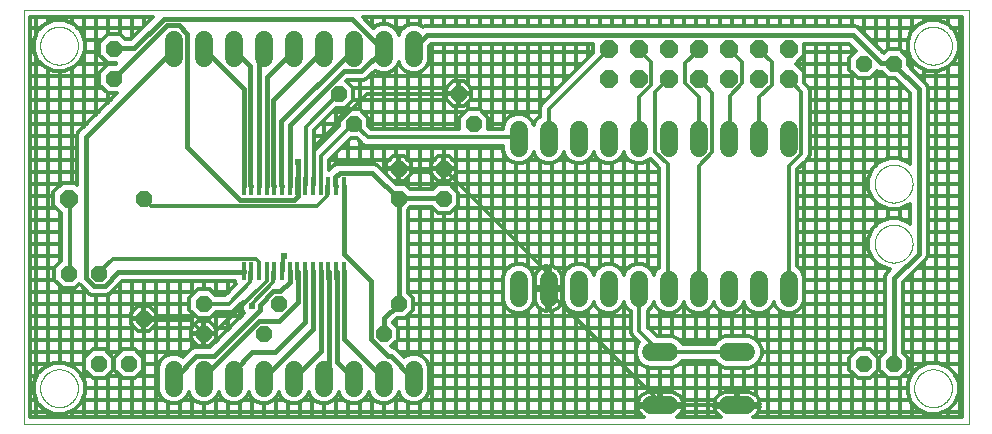
<source format=gtl>
G75*
%MOIN*%
%OFA0B0*%
%FSLAX25Y25*%
%IPPOS*%
%LPD*%
%AMOC8*
5,1,8,0,0,1.08239X$1,22.5*
%
%ADD10C,0.00000*%
%ADD11OC8,0.05200*%
%ADD12C,0.06000*%
%ADD13OC8,0.06000*%
%ADD14R,0.01575X0.05906*%
%ADD15C,0.01200*%
%ADD16C,0.02400*%
%ADD17C,0.01600*%
D10*
X0001800Y0001800D02*
X0001800Y0139595D01*
X0316761Y0139595D01*
X0316761Y0001800D01*
X0001800Y0001800D01*
X0007312Y0013611D02*
X0007314Y0013769D01*
X0007320Y0013927D01*
X0007330Y0014085D01*
X0007344Y0014243D01*
X0007362Y0014400D01*
X0007383Y0014557D01*
X0007409Y0014713D01*
X0007439Y0014869D01*
X0007472Y0015024D01*
X0007510Y0015177D01*
X0007551Y0015330D01*
X0007596Y0015482D01*
X0007645Y0015633D01*
X0007698Y0015782D01*
X0007754Y0015930D01*
X0007814Y0016076D01*
X0007878Y0016221D01*
X0007946Y0016364D01*
X0008017Y0016506D01*
X0008091Y0016646D01*
X0008169Y0016783D01*
X0008251Y0016919D01*
X0008335Y0017053D01*
X0008424Y0017184D01*
X0008515Y0017313D01*
X0008610Y0017440D01*
X0008707Y0017565D01*
X0008808Y0017687D01*
X0008912Y0017806D01*
X0009019Y0017923D01*
X0009129Y0018037D01*
X0009242Y0018148D01*
X0009357Y0018257D01*
X0009475Y0018362D01*
X0009596Y0018464D01*
X0009719Y0018564D01*
X0009845Y0018660D01*
X0009973Y0018753D01*
X0010103Y0018843D01*
X0010236Y0018929D01*
X0010371Y0019013D01*
X0010507Y0019092D01*
X0010646Y0019169D01*
X0010787Y0019241D01*
X0010929Y0019311D01*
X0011073Y0019376D01*
X0011219Y0019438D01*
X0011366Y0019496D01*
X0011515Y0019551D01*
X0011665Y0019602D01*
X0011816Y0019649D01*
X0011968Y0019692D01*
X0012121Y0019731D01*
X0012276Y0019767D01*
X0012431Y0019798D01*
X0012587Y0019826D01*
X0012743Y0019850D01*
X0012900Y0019870D01*
X0013058Y0019886D01*
X0013215Y0019898D01*
X0013374Y0019906D01*
X0013532Y0019910D01*
X0013690Y0019910D01*
X0013848Y0019906D01*
X0014007Y0019898D01*
X0014164Y0019886D01*
X0014322Y0019870D01*
X0014479Y0019850D01*
X0014635Y0019826D01*
X0014791Y0019798D01*
X0014946Y0019767D01*
X0015101Y0019731D01*
X0015254Y0019692D01*
X0015406Y0019649D01*
X0015557Y0019602D01*
X0015707Y0019551D01*
X0015856Y0019496D01*
X0016003Y0019438D01*
X0016149Y0019376D01*
X0016293Y0019311D01*
X0016435Y0019241D01*
X0016576Y0019169D01*
X0016715Y0019092D01*
X0016851Y0019013D01*
X0016986Y0018929D01*
X0017119Y0018843D01*
X0017249Y0018753D01*
X0017377Y0018660D01*
X0017503Y0018564D01*
X0017626Y0018464D01*
X0017747Y0018362D01*
X0017865Y0018257D01*
X0017980Y0018148D01*
X0018093Y0018037D01*
X0018203Y0017923D01*
X0018310Y0017806D01*
X0018414Y0017687D01*
X0018515Y0017565D01*
X0018612Y0017440D01*
X0018707Y0017313D01*
X0018798Y0017184D01*
X0018887Y0017053D01*
X0018971Y0016919D01*
X0019053Y0016783D01*
X0019131Y0016646D01*
X0019205Y0016506D01*
X0019276Y0016364D01*
X0019344Y0016221D01*
X0019408Y0016076D01*
X0019468Y0015930D01*
X0019524Y0015782D01*
X0019577Y0015633D01*
X0019626Y0015482D01*
X0019671Y0015330D01*
X0019712Y0015177D01*
X0019750Y0015024D01*
X0019783Y0014869D01*
X0019813Y0014713D01*
X0019839Y0014557D01*
X0019860Y0014400D01*
X0019878Y0014243D01*
X0019892Y0014085D01*
X0019902Y0013927D01*
X0019908Y0013769D01*
X0019910Y0013611D01*
X0019908Y0013453D01*
X0019902Y0013295D01*
X0019892Y0013137D01*
X0019878Y0012979D01*
X0019860Y0012822D01*
X0019839Y0012665D01*
X0019813Y0012509D01*
X0019783Y0012353D01*
X0019750Y0012198D01*
X0019712Y0012045D01*
X0019671Y0011892D01*
X0019626Y0011740D01*
X0019577Y0011589D01*
X0019524Y0011440D01*
X0019468Y0011292D01*
X0019408Y0011146D01*
X0019344Y0011001D01*
X0019276Y0010858D01*
X0019205Y0010716D01*
X0019131Y0010576D01*
X0019053Y0010439D01*
X0018971Y0010303D01*
X0018887Y0010169D01*
X0018798Y0010038D01*
X0018707Y0009909D01*
X0018612Y0009782D01*
X0018515Y0009657D01*
X0018414Y0009535D01*
X0018310Y0009416D01*
X0018203Y0009299D01*
X0018093Y0009185D01*
X0017980Y0009074D01*
X0017865Y0008965D01*
X0017747Y0008860D01*
X0017626Y0008758D01*
X0017503Y0008658D01*
X0017377Y0008562D01*
X0017249Y0008469D01*
X0017119Y0008379D01*
X0016986Y0008293D01*
X0016851Y0008209D01*
X0016715Y0008130D01*
X0016576Y0008053D01*
X0016435Y0007981D01*
X0016293Y0007911D01*
X0016149Y0007846D01*
X0016003Y0007784D01*
X0015856Y0007726D01*
X0015707Y0007671D01*
X0015557Y0007620D01*
X0015406Y0007573D01*
X0015254Y0007530D01*
X0015101Y0007491D01*
X0014946Y0007455D01*
X0014791Y0007424D01*
X0014635Y0007396D01*
X0014479Y0007372D01*
X0014322Y0007352D01*
X0014164Y0007336D01*
X0014007Y0007324D01*
X0013848Y0007316D01*
X0013690Y0007312D01*
X0013532Y0007312D01*
X0013374Y0007316D01*
X0013215Y0007324D01*
X0013058Y0007336D01*
X0012900Y0007352D01*
X0012743Y0007372D01*
X0012587Y0007396D01*
X0012431Y0007424D01*
X0012276Y0007455D01*
X0012121Y0007491D01*
X0011968Y0007530D01*
X0011816Y0007573D01*
X0011665Y0007620D01*
X0011515Y0007671D01*
X0011366Y0007726D01*
X0011219Y0007784D01*
X0011073Y0007846D01*
X0010929Y0007911D01*
X0010787Y0007981D01*
X0010646Y0008053D01*
X0010507Y0008130D01*
X0010371Y0008209D01*
X0010236Y0008293D01*
X0010103Y0008379D01*
X0009973Y0008469D01*
X0009845Y0008562D01*
X0009719Y0008658D01*
X0009596Y0008758D01*
X0009475Y0008860D01*
X0009357Y0008965D01*
X0009242Y0009074D01*
X0009129Y0009185D01*
X0009019Y0009299D01*
X0008912Y0009416D01*
X0008808Y0009535D01*
X0008707Y0009657D01*
X0008610Y0009782D01*
X0008515Y0009909D01*
X0008424Y0010038D01*
X0008335Y0010169D01*
X0008251Y0010303D01*
X0008169Y0010439D01*
X0008091Y0010576D01*
X0008017Y0010716D01*
X0007946Y0010858D01*
X0007878Y0011001D01*
X0007814Y0011146D01*
X0007754Y0011292D01*
X0007698Y0011440D01*
X0007645Y0011589D01*
X0007596Y0011740D01*
X0007551Y0011892D01*
X0007510Y0012045D01*
X0007472Y0012198D01*
X0007439Y0012353D01*
X0007409Y0012509D01*
X0007383Y0012665D01*
X0007362Y0012822D01*
X0007344Y0012979D01*
X0007330Y0013137D01*
X0007320Y0013295D01*
X0007314Y0013453D01*
X0007312Y0013611D01*
X0007312Y0127784D02*
X0007314Y0127942D01*
X0007320Y0128100D01*
X0007330Y0128258D01*
X0007344Y0128416D01*
X0007362Y0128573D01*
X0007383Y0128730D01*
X0007409Y0128886D01*
X0007439Y0129042D01*
X0007472Y0129197D01*
X0007510Y0129350D01*
X0007551Y0129503D01*
X0007596Y0129655D01*
X0007645Y0129806D01*
X0007698Y0129955D01*
X0007754Y0130103D01*
X0007814Y0130249D01*
X0007878Y0130394D01*
X0007946Y0130537D01*
X0008017Y0130679D01*
X0008091Y0130819D01*
X0008169Y0130956D01*
X0008251Y0131092D01*
X0008335Y0131226D01*
X0008424Y0131357D01*
X0008515Y0131486D01*
X0008610Y0131613D01*
X0008707Y0131738D01*
X0008808Y0131860D01*
X0008912Y0131979D01*
X0009019Y0132096D01*
X0009129Y0132210D01*
X0009242Y0132321D01*
X0009357Y0132430D01*
X0009475Y0132535D01*
X0009596Y0132637D01*
X0009719Y0132737D01*
X0009845Y0132833D01*
X0009973Y0132926D01*
X0010103Y0133016D01*
X0010236Y0133102D01*
X0010371Y0133186D01*
X0010507Y0133265D01*
X0010646Y0133342D01*
X0010787Y0133414D01*
X0010929Y0133484D01*
X0011073Y0133549D01*
X0011219Y0133611D01*
X0011366Y0133669D01*
X0011515Y0133724D01*
X0011665Y0133775D01*
X0011816Y0133822D01*
X0011968Y0133865D01*
X0012121Y0133904D01*
X0012276Y0133940D01*
X0012431Y0133971D01*
X0012587Y0133999D01*
X0012743Y0134023D01*
X0012900Y0134043D01*
X0013058Y0134059D01*
X0013215Y0134071D01*
X0013374Y0134079D01*
X0013532Y0134083D01*
X0013690Y0134083D01*
X0013848Y0134079D01*
X0014007Y0134071D01*
X0014164Y0134059D01*
X0014322Y0134043D01*
X0014479Y0134023D01*
X0014635Y0133999D01*
X0014791Y0133971D01*
X0014946Y0133940D01*
X0015101Y0133904D01*
X0015254Y0133865D01*
X0015406Y0133822D01*
X0015557Y0133775D01*
X0015707Y0133724D01*
X0015856Y0133669D01*
X0016003Y0133611D01*
X0016149Y0133549D01*
X0016293Y0133484D01*
X0016435Y0133414D01*
X0016576Y0133342D01*
X0016715Y0133265D01*
X0016851Y0133186D01*
X0016986Y0133102D01*
X0017119Y0133016D01*
X0017249Y0132926D01*
X0017377Y0132833D01*
X0017503Y0132737D01*
X0017626Y0132637D01*
X0017747Y0132535D01*
X0017865Y0132430D01*
X0017980Y0132321D01*
X0018093Y0132210D01*
X0018203Y0132096D01*
X0018310Y0131979D01*
X0018414Y0131860D01*
X0018515Y0131738D01*
X0018612Y0131613D01*
X0018707Y0131486D01*
X0018798Y0131357D01*
X0018887Y0131226D01*
X0018971Y0131092D01*
X0019053Y0130956D01*
X0019131Y0130819D01*
X0019205Y0130679D01*
X0019276Y0130537D01*
X0019344Y0130394D01*
X0019408Y0130249D01*
X0019468Y0130103D01*
X0019524Y0129955D01*
X0019577Y0129806D01*
X0019626Y0129655D01*
X0019671Y0129503D01*
X0019712Y0129350D01*
X0019750Y0129197D01*
X0019783Y0129042D01*
X0019813Y0128886D01*
X0019839Y0128730D01*
X0019860Y0128573D01*
X0019878Y0128416D01*
X0019892Y0128258D01*
X0019902Y0128100D01*
X0019908Y0127942D01*
X0019910Y0127784D01*
X0019908Y0127626D01*
X0019902Y0127468D01*
X0019892Y0127310D01*
X0019878Y0127152D01*
X0019860Y0126995D01*
X0019839Y0126838D01*
X0019813Y0126682D01*
X0019783Y0126526D01*
X0019750Y0126371D01*
X0019712Y0126218D01*
X0019671Y0126065D01*
X0019626Y0125913D01*
X0019577Y0125762D01*
X0019524Y0125613D01*
X0019468Y0125465D01*
X0019408Y0125319D01*
X0019344Y0125174D01*
X0019276Y0125031D01*
X0019205Y0124889D01*
X0019131Y0124749D01*
X0019053Y0124612D01*
X0018971Y0124476D01*
X0018887Y0124342D01*
X0018798Y0124211D01*
X0018707Y0124082D01*
X0018612Y0123955D01*
X0018515Y0123830D01*
X0018414Y0123708D01*
X0018310Y0123589D01*
X0018203Y0123472D01*
X0018093Y0123358D01*
X0017980Y0123247D01*
X0017865Y0123138D01*
X0017747Y0123033D01*
X0017626Y0122931D01*
X0017503Y0122831D01*
X0017377Y0122735D01*
X0017249Y0122642D01*
X0017119Y0122552D01*
X0016986Y0122466D01*
X0016851Y0122382D01*
X0016715Y0122303D01*
X0016576Y0122226D01*
X0016435Y0122154D01*
X0016293Y0122084D01*
X0016149Y0122019D01*
X0016003Y0121957D01*
X0015856Y0121899D01*
X0015707Y0121844D01*
X0015557Y0121793D01*
X0015406Y0121746D01*
X0015254Y0121703D01*
X0015101Y0121664D01*
X0014946Y0121628D01*
X0014791Y0121597D01*
X0014635Y0121569D01*
X0014479Y0121545D01*
X0014322Y0121525D01*
X0014164Y0121509D01*
X0014007Y0121497D01*
X0013848Y0121489D01*
X0013690Y0121485D01*
X0013532Y0121485D01*
X0013374Y0121489D01*
X0013215Y0121497D01*
X0013058Y0121509D01*
X0012900Y0121525D01*
X0012743Y0121545D01*
X0012587Y0121569D01*
X0012431Y0121597D01*
X0012276Y0121628D01*
X0012121Y0121664D01*
X0011968Y0121703D01*
X0011816Y0121746D01*
X0011665Y0121793D01*
X0011515Y0121844D01*
X0011366Y0121899D01*
X0011219Y0121957D01*
X0011073Y0122019D01*
X0010929Y0122084D01*
X0010787Y0122154D01*
X0010646Y0122226D01*
X0010507Y0122303D01*
X0010371Y0122382D01*
X0010236Y0122466D01*
X0010103Y0122552D01*
X0009973Y0122642D01*
X0009845Y0122735D01*
X0009719Y0122831D01*
X0009596Y0122931D01*
X0009475Y0123033D01*
X0009357Y0123138D01*
X0009242Y0123247D01*
X0009129Y0123358D01*
X0009019Y0123472D01*
X0008912Y0123589D01*
X0008808Y0123708D01*
X0008707Y0123830D01*
X0008610Y0123955D01*
X0008515Y0124082D01*
X0008424Y0124211D01*
X0008335Y0124342D01*
X0008251Y0124476D01*
X0008169Y0124612D01*
X0008091Y0124749D01*
X0008017Y0124889D01*
X0007946Y0125031D01*
X0007878Y0125174D01*
X0007814Y0125319D01*
X0007754Y0125465D01*
X0007698Y0125613D01*
X0007645Y0125762D01*
X0007596Y0125913D01*
X0007551Y0126065D01*
X0007510Y0126218D01*
X0007472Y0126371D01*
X0007439Y0126526D01*
X0007409Y0126682D01*
X0007383Y0126838D01*
X0007362Y0126995D01*
X0007344Y0127152D01*
X0007330Y0127310D01*
X0007320Y0127468D01*
X0007314Y0127626D01*
X0007312Y0127784D01*
X0285501Y0081800D02*
X0285503Y0081958D01*
X0285509Y0082116D01*
X0285519Y0082274D01*
X0285533Y0082432D01*
X0285551Y0082589D01*
X0285572Y0082746D01*
X0285598Y0082902D01*
X0285628Y0083058D01*
X0285661Y0083213D01*
X0285699Y0083366D01*
X0285740Y0083519D01*
X0285785Y0083671D01*
X0285834Y0083822D01*
X0285887Y0083971D01*
X0285943Y0084119D01*
X0286003Y0084265D01*
X0286067Y0084410D01*
X0286135Y0084553D01*
X0286206Y0084695D01*
X0286280Y0084835D01*
X0286358Y0084972D01*
X0286440Y0085108D01*
X0286524Y0085242D01*
X0286613Y0085373D01*
X0286704Y0085502D01*
X0286799Y0085629D01*
X0286896Y0085754D01*
X0286997Y0085876D01*
X0287101Y0085995D01*
X0287208Y0086112D01*
X0287318Y0086226D01*
X0287431Y0086337D01*
X0287546Y0086446D01*
X0287664Y0086551D01*
X0287785Y0086653D01*
X0287908Y0086753D01*
X0288034Y0086849D01*
X0288162Y0086942D01*
X0288292Y0087032D01*
X0288425Y0087118D01*
X0288560Y0087202D01*
X0288696Y0087281D01*
X0288835Y0087358D01*
X0288976Y0087430D01*
X0289118Y0087500D01*
X0289262Y0087565D01*
X0289408Y0087627D01*
X0289555Y0087685D01*
X0289704Y0087740D01*
X0289854Y0087791D01*
X0290005Y0087838D01*
X0290157Y0087881D01*
X0290310Y0087920D01*
X0290465Y0087956D01*
X0290620Y0087987D01*
X0290776Y0088015D01*
X0290932Y0088039D01*
X0291089Y0088059D01*
X0291247Y0088075D01*
X0291404Y0088087D01*
X0291563Y0088095D01*
X0291721Y0088099D01*
X0291879Y0088099D01*
X0292037Y0088095D01*
X0292196Y0088087D01*
X0292353Y0088075D01*
X0292511Y0088059D01*
X0292668Y0088039D01*
X0292824Y0088015D01*
X0292980Y0087987D01*
X0293135Y0087956D01*
X0293290Y0087920D01*
X0293443Y0087881D01*
X0293595Y0087838D01*
X0293746Y0087791D01*
X0293896Y0087740D01*
X0294045Y0087685D01*
X0294192Y0087627D01*
X0294338Y0087565D01*
X0294482Y0087500D01*
X0294624Y0087430D01*
X0294765Y0087358D01*
X0294904Y0087281D01*
X0295040Y0087202D01*
X0295175Y0087118D01*
X0295308Y0087032D01*
X0295438Y0086942D01*
X0295566Y0086849D01*
X0295692Y0086753D01*
X0295815Y0086653D01*
X0295936Y0086551D01*
X0296054Y0086446D01*
X0296169Y0086337D01*
X0296282Y0086226D01*
X0296392Y0086112D01*
X0296499Y0085995D01*
X0296603Y0085876D01*
X0296704Y0085754D01*
X0296801Y0085629D01*
X0296896Y0085502D01*
X0296987Y0085373D01*
X0297076Y0085242D01*
X0297160Y0085108D01*
X0297242Y0084972D01*
X0297320Y0084835D01*
X0297394Y0084695D01*
X0297465Y0084553D01*
X0297533Y0084410D01*
X0297597Y0084265D01*
X0297657Y0084119D01*
X0297713Y0083971D01*
X0297766Y0083822D01*
X0297815Y0083671D01*
X0297860Y0083519D01*
X0297901Y0083366D01*
X0297939Y0083213D01*
X0297972Y0083058D01*
X0298002Y0082902D01*
X0298028Y0082746D01*
X0298049Y0082589D01*
X0298067Y0082432D01*
X0298081Y0082274D01*
X0298091Y0082116D01*
X0298097Y0081958D01*
X0298099Y0081800D01*
X0298097Y0081642D01*
X0298091Y0081484D01*
X0298081Y0081326D01*
X0298067Y0081168D01*
X0298049Y0081011D01*
X0298028Y0080854D01*
X0298002Y0080698D01*
X0297972Y0080542D01*
X0297939Y0080387D01*
X0297901Y0080234D01*
X0297860Y0080081D01*
X0297815Y0079929D01*
X0297766Y0079778D01*
X0297713Y0079629D01*
X0297657Y0079481D01*
X0297597Y0079335D01*
X0297533Y0079190D01*
X0297465Y0079047D01*
X0297394Y0078905D01*
X0297320Y0078765D01*
X0297242Y0078628D01*
X0297160Y0078492D01*
X0297076Y0078358D01*
X0296987Y0078227D01*
X0296896Y0078098D01*
X0296801Y0077971D01*
X0296704Y0077846D01*
X0296603Y0077724D01*
X0296499Y0077605D01*
X0296392Y0077488D01*
X0296282Y0077374D01*
X0296169Y0077263D01*
X0296054Y0077154D01*
X0295936Y0077049D01*
X0295815Y0076947D01*
X0295692Y0076847D01*
X0295566Y0076751D01*
X0295438Y0076658D01*
X0295308Y0076568D01*
X0295175Y0076482D01*
X0295040Y0076398D01*
X0294904Y0076319D01*
X0294765Y0076242D01*
X0294624Y0076170D01*
X0294482Y0076100D01*
X0294338Y0076035D01*
X0294192Y0075973D01*
X0294045Y0075915D01*
X0293896Y0075860D01*
X0293746Y0075809D01*
X0293595Y0075762D01*
X0293443Y0075719D01*
X0293290Y0075680D01*
X0293135Y0075644D01*
X0292980Y0075613D01*
X0292824Y0075585D01*
X0292668Y0075561D01*
X0292511Y0075541D01*
X0292353Y0075525D01*
X0292196Y0075513D01*
X0292037Y0075505D01*
X0291879Y0075501D01*
X0291721Y0075501D01*
X0291563Y0075505D01*
X0291404Y0075513D01*
X0291247Y0075525D01*
X0291089Y0075541D01*
X0290932Y0075561D01*
X0290776Y0075585D01*
X0290620Y0075613D01*
X0290465Y0075644D01*
X0290310Y0075680D01*
X0290157Y0075719D01*
X0290005Y0075762D01*
X0289854Y0075809D01*
X0289704Y0075860D01*
X0289555Y0075915D01*
X0289408Y0075973D01*
X0289262Y0076035D01*
X0289118Y0076100D01*
X0288976Y0076170D01*
X0288835Y0076242D01*
X0288696Y0076319D01*
X0288560Y0076398D01*
X0288425Y0076482D01*
X0288292Y0076568D01*
X0288162Y0076658D01*
X0288034Y0076751D01*
X0287908Y0076847D01*
X0287785Y0076947D01*
X0287664Y0077049D01*
X0287546Y0077154D01*
X0287431Y0077263D01*
X0287318Y0077374D01*
X0287208Y0077488D01*
X0287101Y0077605D01*
X0286997Y0077724D01*
X0286896Y0077846D01*
X0286799Y0077971D01*
X0286704Y0078098D01*
X0286613Y0078227D01*
X0286524Y0078358D01*
X0286440Y0078492D01*
X0286358Y0078628D01*
X0286280Y0078765D01*
X0286206Y0078905D01*
X0286135Y0079047D01*
X0286067Y0079190D01*
X0286003Y0079335D01*
X0285943Y0079481D01*
X0285887Y0079629D01*
X0285834Y0079778D01*
X0285785Y0079929D01*
X0285740Y0080081D01*
X0285699Y0080234D01*
X0285661Y0080387D01*
X0285628Y0080542D01*
X0285598Y0080698D01*
X0285572Y0080854D01*
X0285551Y0081011D01*
X0285533Y0081168D01*
X0285519Y0081326D01*
X0285509Y0081484D01*
X0285503Y0081642D01*
X0285501Y0081800D01*
X0285501Y0061800D02*
X0285503Y0061958D01*
X0285509Y0062116D01*
X0285519Y0062274D01*
X0285533Y0062432D01*
X0285551Y0062589D01*
X0285572Y0062746D01*
X0285598Y0062902D01*
X0285628Y0063058D01*
X0285661Y0063213D01*
X0285699Y0063366D01*
X0285740Y0063519D01*
X0285785Y0063671D01*
X0285834Y0063822D01*
X0285887Y0063971D01*
X0285943Y0064119D01*
X0286003Y0064265D01*
X0286067Y0064410D01*
X0286135Y0064553D01*
X0286206Y0064695D01*
X0286280Y0064835D01*
X0286358Y0064972D01*
X0286440Y0065108D01*
X0286524Y0065242D01*
X0286613Y0065373D01*
X0286704Y0065502D01*
X0286799Y0065629D01*
X0286896Y0065754D01*
X0286997Y0065876D01*
X0287101Y0065995D01*
X0287208Y0066112D01*
X0287318Y0066226D01*
X0287431Y0066337D01*
X0287546Y0066446D01*
X0287664Y0066551D01*
X0287785Y0066653D01*
X0287908Y0066753D01*
X0288034Y0066849D01*
X0288162Y0066942D01*
X0288292Y0067032D01*
X0288425Y0067118D01*
X0288560Y0067202D01*
X0288696Y0067281D01*
X0288835Y0067358D01*
X0288976Y0067430D01*
X0289118Y0067500D01*
X0289262Y0067565D01*
X0289408Y0067627D01*
X0289555Y0067685D01*
X0289704Y0067740D01*
X0289854Y0067791D01*
X0290005Y0067838D01*
X0290157Y0067881D01*
X0290310Y0067920D01*
X0290465Y0067956D01*
X0290620Y0067987D01*
X0290776Y0068015D01*
X0290932Y0068039D01*
X0291089Y0068059D01*
X0291247Y0068075D01*
X0291404Y0068087D01*
X0291563Y0068095D01*
X0291721Y0068099D01*
X0291879Y0068099D01*
X0292037Y0068095D01*
X0292196Y0068087D01*
X0292353Y0068075D01*
X0292511Y0068059D01*
X0292668Y0068039D01*
X0292824Y0068015D01*
X0292980Y0067987D01*
X0293135Y0067956D01*
X0293290Y0067920D01*
X0293443Y0067881D01*
X0293595Y0067838D01*
X0293746Y0067791D01*
X0293896Y0067740D01*
X0294045Y0067685D01*
X0294192Y0067627D01*
X0294338Y0067565D01*
X0294482Y0067500D01*
X0294624Y0067430D01*
X0294765Y0067358D01*
X0294904Y0067281D01*
X0295040Y0067202D01*
X0295175Y0067118D01*
X0295308Y0067032D01*
X0295438Y0066942D01*
X0295566Y0066849D01*
X0295692Y0066753D01*
X0295815Y0066653D01*
X0295936Y0066551D01*
X0296054Y0066446D01*
X0296169Y0066337D01*
X0296282Y0066226D01*
X0296392Y0066112D01*
X0296499Y0065995D01*
X0296603Y0065876D01*
X0296704Y0065754D01*
X0296801Y0065629D01*
X0296896Y0065502D01*
X0296987Y0065373D01*
X0297076Y0065242D01*
X0297160Y0065108D01*
X0297242Y0064972D01*
X0297320Y0064835D01*
X0297394Y0064695D01*
X0297465Y0064553D01*
X0297533Y0064410D01*
X0297597Y0064265D01*
X0297657Y0064119D01*
X0297713Y0063971D01*
X0297766Y0063822D01*
X0297815Y0063671D01*
X0297860Y0063519D01*
X0297901Y0063366D01*
X0297939Y0063213D01*
X0297972Y0063058D01*
X0298002Y0062902D01*
X0298028Y0062746D01*
X0298049Y0062589D01*
X0298067Y0062432D01*
X0298081Y0062274D01*
X0298091Y0062116D01*
X0298097Y0061958D01*
X0298099Y0061800D01*
X0298097Y0061642D01*
X0298091Y0061484D01*
X0298081Y0061326D01*
X0298067Y0061168D01*
X0298049Y0061011D01*
X0298028Y0060854D01*
X0298002Y0060698D01*
X0297972Y0060542D01*
X0297939Y0060387D01*
X0297901Y0060234D01*
X0297860Y0060081D01*
X0297815Y0059929D01*
X0297766Y0059778D01*
X0297713Y0059629D01*
X0297657Y0059481D01*
X0297597Y0059335D01*
X0297533Y0059190D01*
X0297465Y0059047D01*
X0297394Y0058905D01*
X0297320Y0058765D01*
X0297242Y0058628D01*
X0297160Y0058492D01*
X0297076Y0058358D01*
X0296987Y0058227D01*
X0296896Y0058098D01*
X0296801Y0057971D01*
X0296704Y0057846D01*
X0296603Y0057724D01*
X0296499Y0057605D01*
X0296392Y0057488D01*
X0296282Y0057374D01*
X0296169Y0057263D01*
X0296054Y0057154D01*
X0295936Y0057049D01*
X0295815Y0056947D01*
X0295692Y0056847D01*
X0295566Y0056751D01*
X0295438Y0056658D01*
X0295308Y0056568D01*
X0295175Y0056482D01*
X0295040Y0056398D01*
X0294904Y0056319D01*
X0294765Y0056242D01*
X0294624Y0056170D01*
X0294482Y0056100D01*
X0294338Y0056035D01*
X0294192Y0055973D01*
X0294045Y0055915D01*
X0293896Y0055860D01*
X0293746Y0055809D01*
X0293595Y0055762D01*
X0293443Y0055719D01*
X0293290Y0055680D01*
X0293135Y0055644D01*
X0292980Y0055613D01*
X0292824Y0055585D01*
X0292668Y0055561D01*
X0292511Y0055541D01*
X0292353Y0055525D01*
X0292196Y0055513D01*
X0292037Y0055505D01*
X0291879Y0055501D01*
X0291721Y0055501D01*
X0291563Y0055505D01*
X0291404Y0055513D01*
X0291247Y0055525D01*
X0291089Y0055541D01*
X0290932Y0055561D01*
X0290776Y0055585D01*
X0290620Y0055613D01*
X0290465Y0055644D01*
X0290310Y0055680D01*
X0290157Y0055719D01*
X0290005Y0055762D01*
X0289854Y0055809D01*
X0289704Y0055860D01*
X0289555Y0055915D01*
X0289408Y0055973D01*
X0289262Y0056035D01*
X0289118Y0056100D01*
X0288976Y0056170D01*
X0288835Y0056242D01*
X0288696Y0056319D01*
X0288560Y0056398D01*
X0288425Y0056482D01*
X0288292Y0056568D01*
X0288162Y0056658D01*
X0288034Y0056751D01*
X0287908Y0056847D01*
X0287785Y0056947D01*
X0287664Y0057049D01*
X0287546Y0057154D01*
X0287431Y0057263D01*
X0287318Y0057374D01*
X0287208Y0057488D01*
X0287101Y0057605D01*
X0286997Y0057724D01*
X0286896Y0057846D01*
X0286799Y0057971D01*
X0286704Y0058098D01*
X0286613Y0058227D01*
X0286524Y0058358D01*
X0286440Y0058492D01*
X0286358Y0058628D01*
X0286280Y0058765D01*
X0286206Y0058905D01*
X0286135Y0059047D01*
X0286067Y0059190D01*
X0286003Y0059335D01*
X0285943Y0059481D01*
X0285887Y0059629D01*
X0285834Y0059778D01*
X0285785Y0059929D01*
X0285740Y0060081D01*
X0285699Y0060234D01*
X0285661Y0060387D01*
X0285628Y0060542D01*
X0285598Y0060698D01*
X0285572Y0060854D01*
X0285551Y0061011D01*
X0285533Y0061168D01*
X0285519Y0061326D01*
X0285509Y0061484D01*
X0285503Y0061642D01*
X0285501Y0061800D01*
X0298651Y0013611D02*
X0298653Y0013769D01*
X0298659Y0013927D01*
X0298669Y0014085D01*
X0298683Y0014243D01*
X0298701Y0014400D01*
X0298722Y0014557D01*
X0298748Y0014713D01*
X0298778Y0014869D01*
X0298811Y0015024D01*
X0298849Y0015177D01*
X0298890Y0015330D01*
X0298935Y0015482D01*
X0298984Y0015633D01*
X0299037Y0015782D01*
X0299093Y0015930D01*
X0299153Y0016076D01*
X0299217Y0016221D01*
X0299285Y0016364D01*
X0299356Y0016506D01*
X0299430Y0016646D01*
X0299508Y0016783D01*
X0299590Y0016919D01*
X0299674Y0017053D01*
X0299763Y0017184D01*
X0299854Y0017313D01*
X0299949Y0017440D01*
X0300046Y0017565D01*
X0300147Y0017687D01*
X0300251Y0017806D01*
X0300358Y0017923D01*
X0300468Y0018037D01*
X0300581Y0018148D01*
X0300696Y0018257D01*
X0300814Y0018362D01*
X0300935Y0018464D01*
X0301058Y0018564D01*
X0301184Y0018660D01*
X0301312Y0018753D01*
X0301442Y0018843D01*
X0301575Y0018929D01*
X0301710Y0019013D01*
X0301846Y0019092D01*
X0301985Y0019169D01*
X0302126Y0019241D01*
X0302268Y0019311D01*
X0302412Y0019376D01*
X0302558Y0019438D01*
X0302705Y0019496D01*
X0302854Y0019551D01*
X0303004Y0019602D01*
X0303155Y0019649D01*
X0303307Y0019692D01*
X0303460Y0019731D01*
X0303615Y0019767D01*
X0303770Y0019798D01*
X0303926Y0019826D01*
X0304082Y0019850D01*
X0304239Y0019870D01*
X0304397Y0019886D01*
X0304554Y0019898D01*
X0304713Y0019906D01*
X0304871Y0019910D01*
X0305029Y0019910D01*
X0305187Y0019906D01*
X0305346Y0019898D01*
X0305503Y0019886D01*
X0305661Y0019870D01*
X0305818Y0019850D01*
X0305974Y0019826D01*
X0306130Y0019798D01*
X0306285Y0019767D01*
X0306440Y0019731D01*
X0306593Y0019692D01*
X0306745Y0019649D01*
X0306896Y0019602D01*
X0307046Y0019551D01*
X0307195Y0019496D01*
X0307342Y0019438D01*
X0307488Y0019376D01*
X0307632Y0019311D01*
X0307774Y0019241D01*
X0307915Y0019169D01*
X0308054Y0019092D01*
X0308190Y0019013D01*
X0308325Y0018929D01*
X0308458Y0018843D01*
X0308588Y0018753D01*
X0308716Y0018660D01*
X0308842Y0018564D01*
X0308965Y0018464D01*
X0309086Y0018362D01*
X0309204Y0018257D01*
X0309319Y0018148D01*
X0309432Y0018037D01*
X0309542Y0017923D01*
X0309649Y0017806D01*
X0309753Y0017687D01*
X0309854Y0017565D01*
X0309951Y0017440D01*
X0310046Y0017313D01*
X0310137Y0017184D01*
X0310226Y0017053D01*
X0310310Y0016919D01*
X0310392Y0016783D01*
X0310470Y0016646D01*
X0310544Y0016506D01*
X0310615Y0016364D01*
X0310683Y0016221D01*
X0310747Y0016076D01*
X0310807Y0015930D01*
X0310863Y0015782D01*
X0310916Y0015633D01*
X0310965Y0015482D01*
X0311010Y0015330D01*
X0311051Y0015177D01*
X0311089Y0015024D01*
X0311122Y0014869D01*
X0311152Y0014713D01*
X0311178Y0014557D01*
X0311199Y0014400D01*
X0311217Y0014243D01*
X0311231Y0014085D01*
X0311241Y0013927D01*
X0311247Y0013769D01*
X0311249Y0013611D01*
X0311247Y0013453D01*
X0311241Y0013295D01*
X0311231Y0013137D01*
X0311217Y0012979D01*
X0311199Y0012822D01*
X0311178Y0012665D01*
X0311152Y0012509D01*
X0311122Y0012353D01*
X0311089Y0012198D01*
X0311051Y0012045D01*
X0311010Y0011892D01*
X0310965Y0011740D01*
X0310916Y0011589D01*
X0310863Y0011440D01*
X0310807Y0011292D01*
X0310747Y0011146D01*
X0310683Y0011001D01*
X0310615Y0010858D01*
X0310544Y0010716D01*
X0310470Y0010576D01*
X0310392Y0010439D01*
X0310310Y0010303D01*
X0310226Y0010169D01*
X0310137Y0010038D01*
X0310046Y0009909D01*
X0309951Y0009782D01*
X0309854Y0009657D01*
X0309753Y0009535D01*
X0309649Y0009416D01*
X0309542Y0009299D01*
X0309432Y0009185D01*
X0309319Y0009074D01*
X0309204Y0008965D01*
X0309086Y0008860D01*
X0308965Y0008758D01*
X0308842Y0008658D01*
X0308716Y0008562D01*
X0308588Y0008469D01*
X0308458Y0008379D01*
X0308325Y0008293D01*
X0308190Y0008209D01*
X0308054Y0008130D01*
X0307915Y0008053D01*
X0307774Y0007981D01*
X0307632Y0007911D01*
X0307488Y0007846D01*
X0307342Y0007784D01*
X0307195Y0007726D01*
X0307046Y0007671D01*
X0306896Y0007620D01*
X0306745Y0007573D01*
X0306593Y0007530D01*
X0306440Y0007491D01*
X0306285Y0007455D01*
X0306130Y0007424D01*
X0305974Y0007396D01*
X0305818Y0007372D01*
X0305661Y0007352D01*
X0305503Y0007336D01*
X0305346Y0007324D01*
X0305187Y0007316D01*
X0305029Y0007312D01*
X0304871Y0007312D01*
X0304713Y0007316D01*
X0304554Y0007324D01*
X0304397Y0007336D01*
X0304239Y0007352D01*
X0304082Y0007372D01*
X0303926Y0007396D01*
X0303770Y0007424D01*
X0303615Y0007455D01*
X0303460Y0007491D01*
X0303307Y0007530D01*
X0303155Y0007573D01*
X0303004Y0007620D01*
X0302854Y0007671D01*
X0302705Y0007726D01*
X0302558Y0007784D01*
X0302412Y0007846D01*
X0302268Y0007911D01*
X0302126Y0007981D01*
X0301985Y0008053D01*
X0301846Y0008130D01*
X0301710Y0008209D01*
X0301575Y0008293D01*
X0301442Y0008379D01*
X0301312Y0008469D01*
X0301184Y0008562D01*
X0301058Y0008658D01*
X0300935Y0008758D01*
X0300814Y0008860D01*
X0300696Y0008965D01*
X0300581Y0009074D01*
X0300468Y0009185D01*
X0300358Y0009299D01*
X0300251Y0009416D01*
X0300147Y0009535D01*
X0300046Y0009657D01*
X0299949Y0009782D01*
X0299854Y0009909D01*
X0299763Y0010038D01*
X0299674Y0010169D01*
X0299590Y0010303D01*
X0299508Y0010439D01*
X0299430Y0010576D01*
X0299356Y0010716D01*
X0299285Y0010858D01*
X0299217Y0011001D01*
X0299153Y0011146D01*
X0299093Y0011292D01*
X0299037Y0011440D01*
X0298984Y0011589D01*
X0298935Y0011740D01*
X0298890Y0011892D01*
X0298849Y0012045D01*
X0298811Y0012198D01*
X0298778Y0012353D01*
X0298748Y0012509D01*
X0298722Y0012665D01*
X0298701Y0012822D01*
X0298683Y0012979D01*
X0298669Y0013137D01*
X0298659Y0013295D01*
X0298653Y0013453D01*
X0298651Y0013611D01*
X0298651Y0127784D02*
X0298653Y0127942D01*
X0298659Y0128100D01*
X0298669Y0128258D01*
X0298683Y0128416D01*
X0298701Y0128573D01*
X0298722Y0128730D01*
X0298748Y0128886D01*
X0298778Y0129042D01*
X0298811Y0129197D01*
X0298849Y0129350D01*
X0298890Y0129503D01*
X0298935Y0129655D01*
X0298984Y0129806D01*
X0299037Y0129955D01*
X0299093Y0130103D01*
X0299153Y0130249D01*
X0299217Y0130394D01*
X0299285Y0130537D01*
X0299356Y0130679D01*
X0299430Y0130819D01*
X0299508Y0130956D01*
X0299590Y0131092D01*
X0299674Y0131226D01*
X0299763Y0131357D01*
X0299854Y0131486D01*
X0299949Y0131613D01*
X0300046Y0131738D01*
X0300147Y0131860D01*
X0300251Y0131979D01*
X0300358Y0132096D01*
X0300468Y0132210D01*
X0300581Y0132321D01*
X0300696Y0132430D01*
X0300814Y0132535D01*
X0300935Y0132637D01*
X0301058Y0132737D01*
X0301184Y0132833D01*
X0301312Y0132926D01*
X0301442Y0133016D01*
X0301575Y0133102D01*
X0301710Y0133186D01*
X0301846Y0133265D01*
X0301985Y0133342D01*
X0302126Y0133414D01*
X0302268Y0133484D01*
X0302412Y0133549D01*
X0302558Y0133611D01*
X0302705Y0133669D01*
X0302854Y0133724D01*
X0303004Y0133775D01*
X0303155Y0133822D01*
X0303307Y0133865D01*
X0303460Y0133904D01*
X0303615Y0133940D01*
X0303770Y0133971D01*
X0303926Y0133999D01*
X0304082Y0134023D01*
X0304239Y0134043D01*
X0304397Y0134059D01*
X0304554Y0134071D01*
X0304713Y0134079D01*
X0304871Y0134083D01*
X0305029Y0134083D01*
X0305187Y0134079D01*
X0305346Y0134071D01*
X0305503Y0134059D01*
X0305661Y0134043D01*
X0305818Y0134023D01*
X0305974Y0133999D01*
X0306130Y0133971D01*
X0306285Y0133940D01*
X0306440Y0133904D01*
X0306593Y0133865D01*
X0306745Y0133822D01*
X0306896Y0133775D01*
X0307046Y0133724D01*
X0307195Y0133669D01*
X0307342Y0133611D01*
X0307488Y0133549D01*
X0307632Y0133484D01*
X0307774Y0133414D01*
X0307915Y0133342D01*
X0308054Y0133265D01*
X0308190Y0133186D01*
X0308325Y0133102D01*
X0308458Y0133016D01*
X0308588Y0132926D01*
X0308716Y0132833D01*
X0308842Y0132737D01*
X0308965Y0132637D01*
X0309086Y0132535D01*
X0309204Y0132430D01*
X0309319Y0132321D01*
X0309432Y0132210D01*
X0309542Y0132096D01*
X0309649Y0131979D01*
X0309753Y0131860D01*
X0309854Y0131738D01*
X0309951Y0131613D01*
X0310046Y0131486D01*
X0310137Y0131357D01*
X0310226Y0131226D01*
X0310310Y0131092D01*
X0310392Y0130956D01*
X0310470Y0130819D01*
X0310544Y0130679D01*
X0310615Y0130537D01*
X0310683Y0130394D01*
X0310747Y0130249D01*
X0310807Y0130103D01*
X0310863Y0129955D01*
X0310916Y0129806D01*
X0310965Y0129655D01*
X0311010Y0129503D01*
X0311051Y0129350D01*
X0311089Y0129197D01*
X0311122Y0129042D01*
X0311152Y0128886D01*
X0311178Y0128730D01*
X0311199Y0128573D01*
X0311217Y0128416D01*
X0311231Y0128258D01*
X0311241Y0128100D01*
X0311247Y0127942D01*
X0311249Y0127784D01*
X0311247Y0127626D01*
X0311241Y0127468D01*
X0311231Y0127310D01*
X0311217Y0127152D01*
X0311199Y0126995D01*
X0311178Y0126838D01*
X0311152Y0126682D01*
X0311122Y0126526D01*
X0311089Y0126371D01*
X0311051Y0126218D01*
X0311010Y0126065D01*
X0310965Y0125913D01*
X0310916Y0125762D01*
X0310863Y0125613D01*
X0310807Y0125465D01*
X0310747Y0125319D01*
X0310683Y0125174D01*
X0310615Y0125031D01*
X0310544Y0124889D01*
X0310470Y0124749D01*
X0310392Y0124612D01*
X0310310Y0124476D01*
X0310226Y0124342D01*
X0310137Y0124211D01*
X0310046Y0124082D01*
X0309951Y0123955D01*
X0309854Y0123830D01*
X0309753Y0123708D01*
X0309649Y0123589D01*
X0309542Y0123472D01*
X0309432Y0123358D01*
X0309319Y0123247D01*
X0309204Y0123138D01*
X0309086Y0123033D01*
X0308965Y0122931D01*
X0308842Y0122831D01*
X0308716Y0122735D01*
X0308588Y0122642D01*
X0308458Y0122552D01*
X0308325Y0122466D01*
X0308190Y0122382D01*
X0308054Y0122303D01*
X0307915Y0122226D01*
X0307774Y0122154D01*
X0307632Y0122084D01*
X0307488Y0122019D01*
X0307342Y0121957D01*
X0307195Y0121899D01*
X0307046Y0121844D01*
X0306896Y0121793D01*
X0306745Y0121746D01*
X0306593Y0121703D01*
X0306440Y0121664D01*
X0306285Y0121628D01*
X0306130Y0121597D01*
X0305974Y0121569D01*
X0305818Y0121545D01*
X0305661Y0121525D01*
X0305503Y0121509D01*
X0305346Y0121497D01*
X0305187Y0121489D01*
X0305029Y0121485D01*
X0304871Y0121485D01*
X0304713Y0121489D01*
X0304554Y0121497D01*
X0304397Y0121509D01*
X0304239Y0121525D01*
X0304082Y0121545D01*
X0303926Y0121569D01*
X0303770Y0121597D01*
X0303615Y0121628D01*
X0303460Y0121664D01*
X0303307Y0121703D01*
X0303155Y0121746D01*
X0303004Y0121793D01*
X0302854Y0121844D01*
X0302705Y0121899D01*
X0302558Y0121957D01*
X0302412Y0122019D01*
X0302268Y0122084D01*
X0302126Y0122154D01*
X0301985Y0122226D01*
X0301846Y0122303D01*
X0301710Y0122382D01*
X0301575Y0122466D01*
X0301442Y0122552D01*
X0301312Y0122642D01*
X0301184Y0122735D01*
X0301058Y0122831D01*
X0300935Y0122931D01*
X0300814Y0123033D01*
X0300696Y0123138D01*
X0300581Y0123247D01*
X0300468Y0123358D01*
X0300358Y0123472D01*
X0300251Y0123589D01*
X0300147Y0123708D01*
X0300046Y0123830D01*
X0299949Y0123955D01*
X0299854Y0124082D01*
X0299763Y0124211D01*
X0299674Y0124342D01*
X0299590Y0124476D01*
X0299508Y0124612D01*
X0299430Y0124749D01*
X0299356Y0124889D01*
X0299285Y0125031D01*
X0299217Y0125174D01*
X0299153Y0125319D01*
X0299093Y0125465D01*
X0299037Y0125613D01*
X0298984Y0125762D01*
X0298935Y0125913D01*
X0298890Y0126065D01*
X0298849Y0126218D01*
X0298811Y0126371D01*
X0298778Y0126526D01*
X0298748Y0126682D01*
X0298722Y0126838D01*
X0298701Y0126995D01*
X0298683Y0127152D01*
X0298669Y0127310D01*
X0298659Y0127468D01*
X0298653Y0127626D01*
X0298651Y0127784D01*
D11*
X0291800Y0121800D03*
X0281800Y0121800D03*
X0151800Y0101800D03*
X0146800Y0111800D03*
X0111800Y0101800D03*
X0106800Y0111800D03*
X0126800Y0086800D03*
X0141800Y0086800D03*
X0141800Y0076800D03*
X0126800Y0076800D03*
X0126800Y0041800D03*
X0121800Y0031800D03*
X0086800Y0041800D03*
X0081800Y0031800D03*
X0061800Y0031800D03*
X0041800Y0036800D03*
X0061800Y0041800D03*
X0026800Y0051800D03*
X0016800Y0051800D03*
X0041800Y0076800D03*
X0031800Y0116800D03*
X0031800Y0126800D03*
X0026800Y0021800D03*
X0036800Y0021800D03*
X0281800Y0021800D03*
X0291800Y0021800D03*
D12*
X0256800Y0043800D02*
X0256800Y0049800D01*
X0246800Y0049800D02*
X0246800Y0043800D01*
X0236800Y0043800D02*
X0236800Y0049800D01*
X0226800Y0049800D02*
X0226800Y0043800D01*
X0216800Y0043800D02*
X0216800Y0049800D01*
X0206800Y0049800D02*
X0206800Y0043800D01*
X0196800Y0043800D02*
X0196800Y0049800D01*
X0186800Y0049800D02*
X0186800Y0043800D01*
X0176800Y0043800D02*
X0176800Y0049800D01*
X0166800Y0049800D02*
X0166800Y0043800D01*
X0211000Y0025700D02*
X0217000Y0025700D01*
X0236600Y0025700D02*
X0242600Y0025700D01*
X0242600Y0007900D02*
X0236600Y0007900D01*
X0217000Y0007900D02*
X0211000Y0007900D01*
X0131800Y0013800D02*
X0131800Y0019800D01*
X0121800Y0019800D02*
X0121800Y0013800D01*
X0111800Y0013800D02*
X0111800Y0019800D01*
X0101800Y0019800D02*
X0101800Y0013800D01*
X0091800Y0013800D02*
X0091800Y0019800D01*
X0081800Y0019800D02*
X0081800Y0013800D01*
X0071800Y0013800D02*
X0071800Y0019800D01*
X0061800Y0019800D02*
X0061800Y0013800D01*
X0051800Y0013800D02*
X0051800Y0019800D01*
X0166800Y0093800D02*
X0166800Y0099800D01*
X0176800Y0099800D02*
X0176800Y0093800D01*
X0186800Y0093800D02*
X0186800Y0099800D01*
X0196800Y0099800D02*
X0196800Y0093800D01*
X0206800Y0093800D02*
X0206800Y0099800D01*
X0216800Y0099800D02*
X0216800Y0093800D01*
X0226800Y0093800D02*
X0226800Y0099800D01*
X0236800Y0099800D02*
X0236800Y0093800D01*
X0246800Y0093800D02*
X0246800Y0099800D01*
X0256800Y0099800D02*
X0256800Y0093800D01*
X0131800Y0123800D02*
X0131800Y0129800D01*
X0121800Y0129800D02*
X0121800Y0123800D01*
X0111800Y0123800D02*
X0111800Y0129800D01*
X0101800Y0129800D02*
X0101800Y0123800D01*
X0091800Y0123800D02*
X0091800Y0129800D01*
X0081800Y0129800D02*
X0081800Y0123800D01*
X0071800Y0123800D02*
X0071800Y0129800D01*
X0061800Y0129800D02*
X0061800Y0123800D01*
X0051800Y0123800D02*
X0051800Y0129800D01*
D13*
X0016800Y0076800D03*
X0196800Y0116800D03*
X0206800Y0116800D03*
X0216800Y0116800D03*
X0226800Y0116800D03*
X0236800Y0116800D03*
X0246800Y0116800D03*
X0256800Y0116800D03*
X0256800Y0126800D03*
X0246800Y0126800D03*
X0236800Y0126800D03*
X0226800Y0126800D03*
X0216800Y0126800D03*
X0206800Y0126800D03*
X0196800Y0126800D03*
D14*
X0108434Y0081072D03*
X0105875Y0081072D03*
X0103316Y0081072D03*
X0100757Y0081072D03*
X0098198Y0081072D03*
X0095639Y0081072D03*
X0093080Y0081072D03*
X0090520Y0081072D03*
X0087961Y0081072D03*
X0085402Y0081072D03*
X0082843Y0081072D03*
X0080284Y0081072D03*
X0077725Y0081072D03*
X0075166Y0081072D03*
X0075166Y0052528D03*
X0077725Y0052528D03*
X0080284Y0052528D03*
X0082843Y0052528D03*
X0085402Y0052528D03*
X0087961Y0052528D03*
X0090520Y0052528D03*
X0093080Y0052528D03*
X0095639Y0052528D03*
X0098198Y0052528D03*
X0100757Y0052528D03*
X0103316Y0052528D03*
X0105875Y0052528D03*
X0108434Y0052528D03*
D15*
X0129900Y0053800D02*
X0163446Y0053800D01*
X0163854Y0054208D02*
X0162392Y0052746D01*
X0161600Y0050834D01*
X0161600Y0042766D01*
X0162392Y0040854D01*
X0163854Y0039392D01*
X0165766Y0038600D01*
X0167834Y0038600D01*
X0169746Y0039392D01*
X0171208Y0040854D01*
X0172000Y0042766D01*
X0172000Y0050834D01*
X0171208Y0052746D01*
X0169746Y0054208D01*
X0167834Y0055000D01*
X0165766Y0055000D01*
X0163854Y0054208D01*
X0165800Y0055000D02*
X0165800Y0088600D01*
X0165766Y0088600D02*
X0167834Y0088600D01*
X0169746Y0089392D01*
X0171208Y0090854D01*
X0171800Y0092283D01*
X0172392Y0090854D01*
X0173854Y0089392D01*
X0175766Y0088600D01*
X0177834Y0088600D01*
X0179746Y0089392D01*
X0181208Y0090854D01*
X0181800Y0092283D01*
X0181800Y0051317D01*
X0181600Y0050834D02*
X0182392Y0052746D01*
X0183854Y0054208D01*
X0185766Y0055000D01*
X0187834Y0055000D01*
X0189746Y0054208D01*
X0191208Y0052746D01*
X0191800Y0051317D01*
X0192392Y0052746D01*
X0193854Y0054208D01*
X0195766Y0055000D01*
X0197834Y0055000D01*
X0199746Y0054208D01*
X0201208Y0052746D01*
X0201800Y0051317D01*
X0201800Y0092283D01*
X0202392Y0090854D01*
X0203854Y0089392D01*
X0205766Y0088600D01*
X0207834Y0088600D01*
X0209746Y0089392D01*
X0210522Y0090168D01*
X0210814Y0089876D01*
X0213650Y0087040D01*
X0213650Y0054004D01*
X0212392Y0052746D01*
X0211800Y0051317D01*
X0211208Y0052746D01*
X0209746Y0054208D01*
X0207834Y0055000D01*
X0205766Y0055000D01*
X0203854Y0054208D01*
X0202392Y0052746D01*
X0201800Y0051317D01*
X0200154Y0053800D02*
X0203446Y0053800D01*
X0205800Y0055000D02*
X0205800Y0088600D01*
X0203446Y0089800D02*
X0200154Y0089800D01*
X0199746Y0089392D02*
X0201208Y0090854D01*
X0201800Y0092283D01*
X0199746Y0089392D02*
X0197834Y0088600D01*
X0195766Y0088600D01*
X0193854Y0089392D01*
X0192392Y0090854D01*
X0191800Y0092283D01*
X0191208Y0090854D01*
X0189746Y0089392D01*
X0187834Y0088600D01*
X0185766Y0088600D01*
X0183854Y0089392D01*
X0182392Y0090854D01*
X0181800Y0092283D01*
X0180154Y0089800D02*
X0183446Y0089800D01*
X0185800Y0088600D02*
X0185800Y0055000D01*
X0183446Y0053800D02*
X0179082Y0053800D01*
X0179211Y0053734D02*
X0178566Y0054063D01*
X0177877Y0054287D01*
X0177200Y0054394D01*
X0177200Y0047200D01*
X0176400Y0047200D01*
X0176400Y0054394D01*
X0175723Y0054287D01*
X0175034Y0054063D01*
X0174389Y0053734D01*
X0173803Y0053309D01*
X0173291Y0052797D01*
X0172866Y0052211D01*
X0172537Y0051566D01*
X0172313Y0050877D01*
X0172200Y0050162D01*
X0172200Y0047200D01*
X0176400Y0047200D01*
X0176400Y0046400D01*
X0172200Y0046400D01*
X0172200Y0043438D01*
X0172313Y0042723D01*
X0172537Y0042034D01*
X0172866Y0041389D01*
X0173291Y0040803D01*
X0173803Y0040291D01*
X0174389Y0039866D01*
X0175034Y0039537D01*
X0175723Y0039313D01*
X0176400Y0039206D01*
X0176400Y0046400D01*
X0177200Y0046400D01*
X0177200Y0047200D01*
X0181400Y0047200D01*
X0181400Y0050162D01*
X0181287Y0050877D01*
X0181063Y0051566D01*
X0180734Y0052211D01*
X0180309Y0052797D01*
X0179797Y0053309D01*
X0179211Y0053734D01*
X0177800Y0054299D02*
X0177800Y0088600D01*
X0173800Y0089446D02*
X0173800Y0053305D01*
X0174518Y0053800D02*
X0170154Y0053800D01*
X0169800Y0054154D02*
X0169800Y0089446D01*
X0170154Y0089800D02*
X0173446Y0089800D01*
X0165766Y0088600D02*
X0163854Y0089392D01*
X0162392Y0090854D01*
X0161600Y0092766D01*
X0161600Y0094400D01*
X0115993Y0094400D01*
X0114964Y0094826D01*
X0112790Y0097000D01*
X0110860Y0097000D01*
X0103600Y0089740D01*
X0103600Y0086243D01*
X0104051Y0086693D01*
X0104051Y0086693D01*
X0104557Y0087199D01*
X0104557Y0087199D01*
X0105401Y0088043D01*
X0106503Y0088500D01*
X0118497Y0088500D01*
X0119599Y0088043D01*
X0126043Y0081600D01*
X0128788Y0081600D01*
X0130438Y0079950D01*
X0138162Y0079950D01*
X0139812Y0081600D01*
X0143788Y0081600D01*
X0146600Y0078788D01*
X0146600Y0074812D01*
X0143788Y0072000D01*
X0139812Y0072000D01*
X0137862Y0073950D01*
X0130738Y0073950D01*
X0129900Y0073112D01*
X0129900Y0045488D01*
X0131600Y0043788D01*
X0131600Y0039812D01*
X0128788Y0037000D01*
X0126293Y0037000D01*
X0124950Y0035657D01*
X0124950Y0035438D01*
X0126600Y0033788D01*
X0126600Y0029812D01*
X0124315Y0027527D01*
X0124543Y0027300D01*
X0124797Y0027300D01*
X0125899Y0026843D01*
X0128694Y0024048D01*
X0128854Y0024208D01*
X0130766Y0025000D01*
X0132834Y0025000D01*
X0134746Y0024208D01*
X0136208Y0022746D01*
X0137000Y0020834D01*
X0137000Y0012766D01*
X0136208Y0010854D01*
X0134746Y0009392D01*
X0132834Y0008600D01*
X0130766Y0008600D01*
X0128854Y0009392D01*
X0127392Y0010854D01*
X0126800Y0012283D01*
X0126208Y0010854D01*
X0124746Y0009392D01*
X0122834Y0008600D01*
X0120766Y0008600D01*
X0118854Y0009392D01*
X0117392Y0010854D01*
X0116800Y0012283D01*
X0116208Y0010854D01*
X0114746Y0009392D01*
X0112834Y0008600D01*
X0110766Y0008600D01*
X0108854Y0009392D01*
X0107392Y0010854D01*
X0106800Y0012283D01*
X0106208Y0010854D01*
X0104746Y0009392D01*
X0102834Y0008600D01*
X0100766Y0008600D01*
X0098854Y0009392D01*
X0097392Y0010854D01*
X0096800Y0012283D01*
X0096208Y0010854D01*
X0094746Y0009392D01*
X0092834Y0008600D01*
X0090766Y0008600D01*
X0088854Y0009392D01*
X0087392Y0010854D01*
X0086800Y0012283D01*
X0086208Y0010854D01*
X0084746Y0009392D01*
X0082834Y0008600D01*
X0080766Y0008600D01*
X0078854Y0009392D01*
X0077392Y0010854D01*
X0076800Y0012283D01*
X0076208Y0010854D01*
X0074746Y0009392D01*
X0072834Y0008600D01*
X0070766Y0008600D01*
X0068854Y0009392D01*
X0067392Y0010854D01*
X0066800Y0012283D01*
X0066208Y0010854D01*
X0064746Y0009392D01*
X0062834Y0008600D01*
X0060766Y0008600D01*
X0058854Y0009392D01*
X0057392Y0010854D01*
X0056800Y0012283D01*
X0056208Y0010854D01*
X0054746Y0009392D01*
X0052834Y0008600D01*
X0050766Y0008600D01*
X0048854Y0009392D01*
X0047392Y0010854D01*
X0046600Y0012766D01*
X0046600Y0020834D01*
X0047392Y0022746D01*
X0048854Y0024208D01*
X0050766Y0025000D01*
X0052834Y0025000D01*
X0054746Y0024208D01*
X0054906Y0024048D01*
X0057701Y0026843D01*
X0058803Y0027300D01*
X0064007Y0027300D01*
X0075350Y0038642D01*
X0074968Y0039024D01*
X0074450Y0040274D01*
X0074450Y0041626D01*
X0074813Y0042504D01*
X0072574Y0040264D01*
X0071786Y0039476D01*
X0070757Y0039050D01*
X0065838Y0039050D01*
X0063788Y0037000D01*
X0059812Y0037000D01*
X0057000Y0039812D01*
X0057000Y0043788D01*
X0059812Y0046600D01*
X0063788Y0046600D01*
X0065738Y0044650D01*
X0069040Y0044650D01*
X0072617Y0048226D01*
X0072179Y0048664D01*
X0072179Y0049200D01*
X0034543Y0049200D01*
X0031343Y0046001D01*
X0030499Y0045157D01*
X0029397Y0044700D01*
X0024603Y0044700D01*
X0023501Y0045157D01*
X0020801Y0047857D01*
X0020223Y0048435D01*
X0018788Y0047000D01*
X0014812Y0047000D01*
X0012000Y0049812D01*
X0012000Y0053788D01*
X0014300Y0056088D01*
X0014300Y0071946D01*
X0011600Y0074646D01*
X0011600Y0078954D01*
X0014646Y0082000D01*
X0018954Y0082000D01*
X0019500Y0081454D01*
X0019500Y0097797D01*
X0019957Y0098899D01*
X0033057Y0112000D01*
X0029812Y0112000D01*
X0027000Y0114812D01*
X0027000Y0118788D01*
X0029812Y0121600D01*
X0032307Y0121600D01*
X0032707Y0122000D01*
X0029812Y0122000D01*
X0027000Y0124812D01*
X0027000Y0128788D01*
X0029812Y0131600D01*
X0033788Y0131600D01*
X0035488Y0129900D01*
X0037457Y0129900D01*
X0044953Y0137395D01*
X0004000Y0137395D01*
X0004000Y0004000D01*
X0208542Y0004000D01*
X0208003Y0004391D01*
X0207491Y0004903D01*
X0207066Y0005489D01*
X0206737Y0006134D01*
X0206513Y0006823D01*
X0206406Y0007500D01*
X0213600Y0007500D01*
X0213600Y0008300D01*
X0213600Y0012500D01*
X0210638Y0012500D01*
X0209923Y0012387D01*
X0209234Y0012163D01*
X0208589Y0011834D01*
X0208003Y0011409D01*
X0207491Y0010897D01*
X0207066Y0010311D01*
X0206737Y0009666D01*
X0206513Y0008977D01*
X0206406Y0008300D01*
X0213600Y0008300D01*
X0214400Y0008300D01*
X0214400Y0012500D01*
X0217362Y0012500D01*
X0218077Y0012387D01*
X0218766Y0012163D01*
X0219411Y0011834D01*
X0219997Y0011409D01*
X0220509Y0010897D01*
X0220934Y0010311D01*
X0221263Y0009666D01*
X0221487Y0008977D01*
X0221594Y0008300D01*
X0214400Y0008300D01*
X0214400Y0007500D01*
X0221594Y0007500D01*
X0221487Y0006823D01*
X0221263Y0006134D01*
X0220934Y0005489D01*
X0220509Y0004903D01*
X0219997Y0004391D01*
X0219458Y0004000D01*
X0234142Y0004000D01*
X0233603Y0004391D01*
X0233091Y0004903D01*
X0232666Y0005489D01*
X0232337Y0006134D01*
X0232113Y0006823D01*
X0232006Y0007500D01*
X0239200Y0007500D01*
X0239200Y0008300D01*
X0239200Y0012500D01*
X0236238Y0012500D01*
X0235523Y0012387D01*
X0234834Y0012163D01*
X0234189Y0011834D01*
X0233603Y0011409D01*
X0233091Y0010897D01*
X0232666Y0010311D01*
X0232337Y0009666D01*
X0232113Y0008977D01*
X0232006Y0008300D01*
X0239200Y0008300D01*
X0240000Y0008300D01*
X0240000Y0012500D01*
X0242962Y0012500D01*
X0243677Y0012387D01*
X0244366Y0012163D01*
X0245011Y0011834D01*
X0245597Y0011409D01*
X0246109Y0010897D01*
X0246534Y0010311D01*
X0246863Y0009666D01*
X0247087Y0008977D01*
X0247194Y0008300D01*
X0240000Y0008300D01*
X0240000Y0007500D01*
X0247194Y0007500D01*
X0247087Y0006823D01*
X0246863Y0006134D01*
X0246534Y0005489D01*
X0246109Y0004903D01*
X0245597Y0004391D01*
X0245058Y0004000D01*
X0314561Y0004000D01*
X0314561Y0137395D01*
X0114797Y0137395D01*
X0118419Y0133773D01*
X0118854Y0134208D01*
X0120766Y0135000D01*
X0122834Y0135000D01*
X0124746Y0134208D01*
X0126208Y0132746D01*
X0126800Y0131317D01*
X0127392Y0132746D01*
X0128854Y0134208D01*
X0130766Y0135000D01*
X0132834Y0135000D01*
X0134746Y0134208D01*
X0134905Y0134049D01*
X0135753Y0134400D01*
X0278697Y0134400D01*
X0279799Y0133943D01*
X0280643Y0133099D01*
X0288477Y0125265D01*
X0289812Y0126600D01*
X0293788Y0126600D01*
X0296600Y0123788D01*
X0296600Y0121193D01*
X0302693Y0115099D01*
X0303150Y0113997D01*
X0303150Y0057903D01*
X0302693Y0056801D01*
X0301849Y0055957D01*
X0295050Y0049157D01*
X0295050Y0025338D01*
X0296600Y0023788D01*
X0296600Y0019812D01*
X0293788Y0017000D01*
X0289812Y0017000D01*
X0287000Y0019812D01*
X0287000Y0023788D01*
X0289050Y0025838D01*
X0289050Y0050997D01*
X0289507Y0052099D01*
X0290708Y0053301D01*
X0290109Y0053301D01*
X0286986Y0054595D01*
X0284595Y0056986D01*
X0283301Y0060109D01*
X0283301Y0063491D01*
X0284595Y0066614D01*
X0286986Y0069005D01*
X0290109Y0070299D01*
X0293491Y0070299D01*
X0296614Y0069005D01*
X0297150Y0068470D01*
X0297150Y0075130D01*
X0296614Y0074595D01*
X0293491Y0073301D01*
X0290109Y0073301D01*
X0286986Y0074595D01*
X0284595Y0076986D01*
X0283301Y0080109D01*
X0283301Y0083491D01*
X0284595Y0086614D01*
X0286986Y0089005D01*
X0290109Y0090299D01*
X0293491Y0090299D01*
X0296614Y0089005D01*
X0297150Y0088470D01*
X0297150Y0112157D01*
X0292307Y0117000D01*
X0289812Y0117000D01*
X0287862Y0118950D01*
X0286953Y0118950D01*
X0286094Y0119306D01*
X0283788Y0117000D01*
X0279812Y0117000D01*
X0277000Y0119812D01*
X0277000Y0123788D01*
X0279235Y0126023D01*
X0276857Y0128400D01*
X0262000Y0128400D01*
X0262000Y0124646D01*
X0259154Y0121800D01*
X0277000Y0121800D01*
X0277800Y0124588D02*
X0277800Y0127457D01*
X0279012Y0125800D02*
X0262000Y0125800D01*
X0261800Y0124446D02*
X0261800Y0119154D01*
X0262000Y0118954D02*
X0259154Y0121800D01*
X0262000Y0118954D02*
X0262000Y0115460D01*
X0263374Y0114086D01*
X0263800Y0113057D01*
X0263800Y0091243D01*
X0263374Y0090214D01*
X0262586Y0089426D01*
X0262586Y0089426D01*
X0259750Y0086590D01*
X0259750Y0054204D01*
X0261208Y0052746D01*
X0262000Y0050834D01*
X0262000Y0042766D01*
X0261208Y0040854D01*
X0259746Y0039392D01*
X0257834Y0038600D01*
X0255766Y0038600D01*
X0253854Y0039392D01*
X0252392Y0040854D01*
X0251800Y0042283D01*
X0251208Y0040854D01*
X0249746Y0039392D01*
X0247834Y0038600D01*
X0245766Y0038600D01*
X0243854Y0039392D01*
X0242392Y0040854D01*
X0241800Y0042283D01*
X0241800Y0030900D01*
X0243634Y0030900D02*
X0235566Y0030900D01*
X0233654Y0030108D01*
X0232192Y0028646D01*
X0232111Y0028450D01*
X0221489Y0028450D01*
X0221408Y0028646D01*
X0219946Y0030108D01*
X0218034Y0030900D01*
X0212910Y0030900D01*
X0209800Y0034010D01*
X0209800Y0039446D01*
X0211208Y0040854D01*
X0211800Y0042283D01*
X0212392Y0040854D01*
X0213854Y0039392D01*
X0215766Y0038600D01*
X0217834Y0038600D01*
X0219746Y0039392D01*
X0221208Y0040854D01*
X0221800Y0042283D01*
X0221800Y0028450D01*
X0220254Y0029800D02*
X0233346Y0029800D01*
X0233800Y0030169D02*
X0233800Y0039446D01*
X0233854Y0039392D02*
X0235766Y0038600D01*
X0237834Y0038600D01*
X0239746Y0039392D01*
X0241208Y0040854D01*
X0241800Y0042283D01*
X0241600Y0041800D02*
X0242000Y0041800D01*
X0233854Y0039392D02*
X0232392Y0040854D01*
X0231800Y0042283D01*
X0231208Y0040854D01*
X0229746Y0039392D01*
X0227834Y0038600D01*
X0225766Y0038600D01*
X0223854Y0039392D01*
X0222392Y0040854D01*
X0221800Y0042283D01*
X0221600Y0041800D02*
X0222000Y0041800D01*
X0213800Y0039446D02*
X0213800Y0030900D01*
X0217800Y0030900D02*
X0217800Y0038600D01*
X0225800Y0038600D02*
X0225800Y0028450D01*
X0229800Y0028450D02*
X0229800Y0039446D01*
X0231600Y0041800D02*
X0232000Y0041800D01*
X0237800Y0038600D02*
X0237800Y0030900D01*
X0243634Y0030900D02*
X0245546Y0030108D01*
X0247008Y0028646D01*
X0247800Y0026734D01*
X0247800Y0024666D01*
X0247008Y0022754D01*
X0245546Y0021292D01*
X0243634Y0020500D01*
X0235566Y0020500D01*
X0233654Y0021292D01*
X0232192Y0022754D01*
X0232152Y0022850D01*
X0221448Y0022850D01*
X0221408Y0022754D01*
X0219946Y0021292D01*
X0218034Y0020500D01*
X0209966Y0020500D01*
X0208054Y0021292D01*
X0206592Y0022754D01*
X0205800Y0024666D01*
X0205800Y0004000D01*
X0201800Y0004000D02*
X0201800Y0042283D01*
X0202392Y0040854D01*
X0203854Y0039392D01*
X0204200Y0039249D01*
X0204200Y0032293D01*
X0204626Y0031264D01*
X0206918Y0028972D01*
X0206592Y0028646D01*
X0205800Y0026734D01*
X0205800Y0030090D01*
X0206090Y0029800D02*
X0126588Y0029800D01*
X0125800Y0029012D02*
X0125800Y0026884D01*
X0126943Y0025800D02*
X0205800Y0025800D01*
X0205800Y0026734D02*
X0205800Y0024666D01*
X0207546Y0021800D02*
X0136600Y0021800D01*
X0133800Y0024600D02*
X0133800Y0073950D01*
X0130588Y0073800D02*
X0138012Y0073800D01*
X0137800Y0073950D02*
X0137800Y0004000D01*
X0141800Y0004000D02*
X0141800Y0072000D01*
X0145588Y0073800D02*
X0213650Y0073800D01*
X0213650Y0069800D02*
X0129900Y0069800D01*
X0129900Y0065800D02*
X0213650Y0065800D01*
X0213650Y0061800D02*
X0129900Y0061800D01*
X0129900Y0057800D02*
X0213650Y0057800D01*
X0213446Y0053800D02*
X0210154Y0053800D01*
X0209800Y0054154D02*
X0209800Y0089446D01*
X0210154Y0089800D02*
X0210890Y0089800D01*
X0212400Y0092250D02*
X0216450Y0088200D01*
X0216450Y0046800D01*
X0216800Y0046800D01*
X0212000Y0041800D02*
X0211600Y0041800D01*
X0209800Y0039446D02*
X0209800Y0034010D01*
X0210010Y0033800D02*
X0289050Y0033800D01*
X0295050Y0033800D02*
X0314561Y0033800D01*
X0314561Y0029800D02*
X0295050Y0029800D01*
X0289050Y0029800D02*
X0245854Y0029800D01*
X0245800Y0029854D02*
X0245800Y0038600D01*
X0249800Y0039446D02*
X0249800Y0004000D01*
X0245800Y0004000D02*
X0245800Y0004595D01*
X0246693Y0005800D02*
X0301598Y0005800D01*
X0301800Y0005716D02*
X0301800Y0004000D01*
X0303259Y0005112D02*
X0306640Y0005112D01*
X0309764Y0006406D01*
X0312155Y0008797D01*
X0313449Y0011920D01*
X0313449Y0015302D01*
X0312155Y0018425D01*
X0309764Y0020816D01*
X0306640Y0022110D01*
X0303259Y0022110D01*
X0300135Y0020816D01*
X0297744Y0018425D01*
X0296450Y0015302D01*
X0296450Y0011920D01*
X0297744Y0008797D01*
X0300135Y0006406D01*
X0303259Y0005112D01*
X0305800Y0005112D02*
X0305800Y0004000D01*
X0308302Y0005800D02*
X0314561Y0005800D01*
X0309800Y0006442D02*
X0309800Y0004000D01*
X0313800Y0004000D02*
X0313800Y0137395D01*
X0309800Y0137395D02*
X0309800Y0134954D01*
X0309764Y0134990D02*
X0306640Y0136283D01*
X0303259Y0136283D01*
X0300135Y0134990D01*
X0297744Y0132599D01*
X0296450Y0129475D01*
X0296450Y0126094D01*
X0297744Y0122970D01*
X0300135Y0120579D01*
X0303259Y0119285D01*
X0306640Y0119285D01*
X0309764Y0120579D01*
X0312155Y0122970D01*
X0313449Y0126094D01*
X0313449Y0129475D01*
X0312155Y0132599D01*
X0309764Y0134990D01*
X0310954Y0133800D02*
X0314561Y0133800D01*
X0314561Y0129800D02*
X0313314Y0129800D01*
X0313327Y0125800D02*
X0314561Y0125800D01*
X0314561Y0121800D02*
X0310985Y0121800D01*
X0309800Y0120615D02*
X0309800Y0020780D01*
X0307389Y0021800D02*
X0314561Y0021800D01*
X0314561Y0025800D02*
X0295050Y0025800D01*
X0296600Y0021800D02*
X0302510Y0021800D01*
X0301800Y0021506D02*
X0301800Y0055907D01*
X0299693Y0053800D02*
X0314561Y0053800D01*
X0314561Y0057800D02*
X0303107Y0057800D01*
X0303150Y0061800D02*
X0314561Y0061800D01*
X0314561Y0065800D02*
X0303150Y0065800D01*
X0303150Y0069800D02*
X0314561Y0069800D01*
X0314561Y0073800D02*
X0303150Y0073800D01*
X0297150Y0073800D02*
X0294696Y0073800D01*
X0293800Y0073429D02*
X0293800Y0070171D01*
X0294696Y0069800D02*
X0297150Y0069800D01*
X0289800Y0070171D02*
X0289800Y0073429D01*
X0288904Y0073800D02*
X0259750Y0073800D01*
X0259750Y0069800D02*
X0288904Y0069800D01*
X0285800Y0067820D02*
X0285800Y0075780D01*
X0284257Y0077800D02*
X0259750Y0077800D01*
X0259750Y0081800D02*
X0283301Y0081800D01*
X0284257Y0085800D02*
X0259750Y0085800D01*
X0256950Y0087750D02*
X0261000Y0091800D01*
X0261000Y0112500D01*
X0256950Y0116550D01*
X0256800Y0116800D01*
X0262000Y0117800D02*
X0279012Y0117800D01*
X0277800Y0119012D02*
X0277800Y0024588D01*
X0277000Y0023788D02*
X0277000Y0019812D01*
X0279812Y0017000D01*
X0283788Y0017000D01*
X0286600Y0019812D01*
X0286600Y0023788D01*
X0283788Y0026600D01*
X0279812Y0026600D01*
X0277000Y0023788D01*
X0277000Y0021800D02*
X0246054Y0021800D01*
X0245800Y0021546D02*
X0245800Y0011205D01*
X0246795Y0009800D02*
X0297329Y0009800D01*
X0297800Y0008741D02*
X0297800Y0004000D01*
X0293800Y0004000D02*
X0293800Y0017012D01*
X0294588Y0017800D02*
X0297485Y0017800D01*
X0297800Y0018481D02*
X0297800Y0051907D01*
X0295693Y0049800D02*
X0314561Y0049800D01*
X0314561Y0045800D02*
X0295050Y0045800D01*
X0295050Y0041800D02*
X0314561Y0041800D01*
X0314561Y0037800D02*
X0295050Y0037800D01*
X0289050Y0037800D02*
X0209800Y0037800D01*
X0204200Y0037800D02*
X0129588Y0037800D01*
X0129800Y0038012D02*
X0129800Y0024600D01*
X0137000Y0017800D02*
X0279012Y0017800D01*
X0277800Y0019012D02*
X0277800Y0004000D01*
X0281800Y0004000D02*
X0281800Y0017000D01*
X0284588Y0017800D02*
X0289012Y0017800D01*
X0289800Y0017012D02*
X0289800Y0004000D01*
X0285800Y0004000D02*
X0285800Y0019012D01*
X0286600Y0021800D02*
X0287000Y0021800D01*
X0285800Y0024588D02*
X0285800Y0055780D01*
X0288904Y0053800D02*
X0260154Y0053800D01*
X0261800Y0051317D02*
X0261800Y0088640D01*
X0262960Y0089800D02*
X0288904Y0089800D01*
X0289800Y0090171D02*
X0289800Y0117012D01*
X0289012Y0117800D02*
X0284588Y0117800D01*
X0285800Y0119012D02*
X0285800Y0087820D01*
X0293800Y0090171D02*
X0293800Y0115507D01*
X0295507Y0113800D02*
X0263492Y0113800D01*
X0263800Y0109800D02*
X0297150Y0109800D01*
X0303150Y0109800D02*
X0314561Y0109800D01*
X0314561Y0105800D02*
X0303150Y0105800D01*
X0297150Y0105800D02*
X0263800Y0105800D01*
X0263800Y0101800D02*
X0297150Y0101800D01*
X0297150Y0097800D02*
X0263800Y0097800D01*
X0263800Y0093800D02*
X0297150Y0093800D01*
X0303150Y0093800D02*
X0314561Y0093800D01*
X0314561Y0089800D02*
X0303150Y0089800D01*
X0297150Y0089800D02*
X0294696Y0089800D01*
X0303150Y0085800D02*
X0314561Y0085800D01*
X0314561Y0081800D02*
X0303150Y0081800D01*
X0303150Y0077800D02*
X0314561Y0077800D01*
X0284257Y0065800D02*
X0259750Y0065800D01*
X0259750Y0061800D02*
X0283301Y0061800D01*
X0284257Y0057800D02*
X0259750Y0057800D01*
X0262000Y0049800D02*
X0289050Y0049800D01*
X0289800Y0052393D02*
X0289800Y0053429D01*
X0289050Y0045800D02*
X0262000Y0045800D01*
X0261800Y0042283D02*
X0261800Y0004000D01*
X0265800Y0004000D02*
X0265800Y0128400D01*
X0269800Y0128400D02*
X0269800Y0004000D01*
X0273800Y0004000D02*
X0273800Y0128400D01*
X0281800Y0131943D02*
X0281800Y0137395D01*
X0277800Y0137395D02*
X0277800Y0134400D01*
X0279943Y0133800D02*
X0298946Y0133800D01*
X0297800Y0132654D02*
X0297800Y0137395D01*
X0301800Y0137395D02*
X0301800Y0135679D01*
X0305800Y0136283D02*
X0305800Y0137395D01*
X0293800Y0137395D02*
X0293800Y0126588D01*
X0294588Y0125800D02*
X0296572Y0125800D01*
X0297800Y0122914D02*
X0297800Y0119993D01*
X0298914Y0121800D02*
X0296600Y0121800D01*
X0301800Y0119889D02*
X0301800Y0115993D01*
X0303150Y0113800D02*
X0314561Y0113800D01*
X0314561Y0117800D02*
X0299993Y0117800D01*
X0305800Y0119285D02*
X0305800Y0022110D01*
X0312414Y0017800D02*
X0314561Y0017800D01*
X0314561Y0013800D02*
X0313449Y0013800D01*
X0312570Y0009800D02*
X0314561Y0009800D01*
X0296450Y0013800D02*
X0137000Y0013800D01*
X0135154Y0009800D02*
X0206805Y0009800D01*
X0209800Y0008300D02*
X0209800Y0007500D01*
X0206907Y0005800D02*
X0016963Y0005800D01*
X0017800Y0006147D02*
X0017800Y0004000D01*
X0018425Y0006406D02*
X0015302Y0005112D01*
X0011920Y0005112D01*
X0008797Y0006406D01*
X0006406Y0008797D01*
X0005112Y0011920D01*
X0005112Y0015302D01*
X0006406Y0018425D01*
X0008797Y0020816D01*
X0011920Y0022110D01*
X0015302Y0022110D01*
X0018425Y0020816D01*
X0020816Y0018425D01*
X0022110Y0015302D01*
X0022110Y0011920D01*
X0020816Y0008797D01*
X0018425Y0006406D01*
X0013800Y0005112D02*
X0013800Y0004000D01*
X0009800Y0004000D02*
X0009800Y0005990D01*
X0010259Y0005800D02*
X0004000Y0005800D01*
X0005800Y0004000D02*
X0005800Y0010259D01*
X0005990Y0009800D02*
X0004000Y0009800D01*
X0004000Y0013800D02*
X0005112Y0013800D01*
X0005800Y0016963D02*
X0005800Y0124432D01*
X0005233Y0125800D02*
X0004000Y0125800D01*
X0005112Y0126094D02*
X0006406Y0122970D01*
X0008797Y0120579D01*
X0011920Y0119285D01*
X0015302Y0119285D01*
X0018425Y0120579D01*
X0020816Y0122970D01*
X0022110Y0126094D01*
X0022110Y0129475D01*
X0020816Y0132599D01*
X0018425Y0134990D01*
X0015302Y0136283D01*
X0011920Y0136283D01*
X0008797Y0134990D01*
X0006406Y0132599D01*
X0005112Y0129475D01*
X0005112Y0126094D01*
X0005246Y0129800D02*
X0004000Y0129800D01*
X0005800Y0131136D02*
X0005800Y0137395D01*
X0009800Y0137395D02*
X0009800Y0135405D01*
X0007607Y0133800D02*
X0004000Y0133800D01*
X0013800Y0136283D02*
X0013800Y0137395D01*
X0017800Y0137395D02*
X0017800Y0135249D01*
X0019615Y0133800D02*
X0041357Y0133800D01*
X0041800Y0134243D02*
X0041800Y0137395D01*
X0037800Y0137395D02*
X0037800Y0130243D01*
X0033800Y0131588D02*
X0033800Y0137395D01*
X0029800Y0137395D02*
X0029800Y0131588D01*
X0028012Y0129800D02*
X0021976Y0129800D01*
X0021800Y0130224D02*
X0021800Y0137395D01*
X0025800Y0137395D02*
X0025800Y0104743D01*
X0026857Y0105800D02*
X0004000Y0105800D01*
X0004000Y0101800D02*
X0022857Y0101800D01*
X0021800Y0100743D02*
X0021800Y0125345D01*
X0021989Y0125800D02*
X0027000Y0125800D01*
X0029800Y0122012D02*
X0029800Y0121588D01*
X0032507Y0121800D02*
X0019646Y0121800D01*
X0017800Y0120320D02*
X0017800Y0082000D01*
X0019154Y0081800D02*
X0019500Y0081800D01*
X0014446Y0081800D02*
X0004000Y0081800D01*
X0004000Y0077800D02*
X0011600Y0077800D01*
X0013800Y0081154D02*
X0013800Y0119285D01*
X0009800Y0120163D02*
X0009800Y0021232D01*
X0011171Y0021800D02*
X0004000Y0021800D01*
X0004000Y0025800D02*
X0024012Y0025800D01*
X0024812Y0026600D02*
X0022000Y0023788D01*
X0022000Y0019812D01*
X0024812Y0017000D01*
X0028788Y0017000D01*
X0031600Y0019812D01*
X0031600Y0023788D01*
X0028788Y0026600D01*
X0024812Y0026600D01*
X0025800Y0026600D02*
X0025800Y0044700D01*
X0022857Y0045800D02*
X0004000Y0045800D01*
X0004000Y0041800D02*
X0057000Y0041800D01*
X0057800Y0044588D02*
X0057800Y0049200D01*
X0061800Y0049200D02*
X0061800Y0046600D01*
X0064588Y0045800D02*
X0070190Y0045800D01*
X0069800Y0045410D02*
X0069800Y0049200D01*
X0065800Y0049200D02*
X0065800Y0044650D01*
X0062100Y0041850D02*
X0061800Y0041800D01*
X0062100Y0041850D02*
X0070200Y0041850D01*
X0077400Y0049050D01*
X0077400Y0052200D01*
X0077725Y0052528D01*
X0080100Y0052650D02*
X0080284Y0052528D01*
X0080100Y0052650D02*
X0080100Y0055800D01*
X0079200Y0056700D01*
X0031500Y0056700D01*
X0027000Y0052200D01*
X0026800Y0051800D01*
X0033800Y0048457D02*
X0033800Y0025588D01*
X0034012Y0025800D02*
X0029588Y0025800D01*
X0029800Y0025588D02*
X0029800Y0044867D01*
X0031143Y0045800D02*
X0059012Y0045800D01*
X0053800Y0049200D02*
X0053800Y0024600D01*
X0056657Y0025800D02*
X0039588Y0025800D01*
X0038788Y0026600D02*
X0034812Y0026600D01*
X0032000Y0023788D01*
X0032000Y0019812D01*
X0034812Y0017000D01*
X0038788Y0017000D01*
X0041600Y0019812D01*
X0041600Y0023788D01*
X0038788Y0026600D01*
X0037800Y0026600D02*
X0037800Y0034860D01*
X0037600Y0035060D02*
X0040060Y0032600D01*
X0041600Y0032600D01*
X0041600Y0036600D01*
X0037600Y0036600D01*
X0037600Y0035060D01*
X0037800Y0036600D02*
X0037800Y0037000D01*
X0037600Y0037000D02*
X0041600Y0037000D01*
X0041600Y0041000D01*
X0040060Y0041000D01*
X0037600Y0038540D01*
X0037600Y0037000D01*
X0037600Y0037800D02*
X0004000Y0037800D01*
X0004000Y0033800D02*
X0038860Y0033800D01*
X0041600Y0033800D02*
X0042000Y0033800D01*
X0042000Y0032600D02*
X0043540Y0032600D01*
X0046000Y0035060D01*
X0046000Y0036600D01*
X0042000Y0036600D01*
X0042000Y0037000D01*
X0041600Y0037000D01*
X0041600Y0036600D01*
X0042000Y0036600D01*
X0042000Y0032600D01*
X0044740Y0033800D02*
X0057860Y0033800D01*
X0057800Y0033740D02*
X0057800Y0039012D01*
X0059012Y0037800D02*
X0046000Y0037800D01*
X0046000Y0038540D02*
X0043540Y0041000D01*
X0042000Y0041000D01*
X0042000Y0037000D01*
X0046000Y0037000D01*
X0046000Y0038540D01*
X0045800Y0038740D02*
X0045800Y0049200D01*
X0041800Y0049200D02*
X0041800Y0037000D01*
X0041800Y0036800D02*
X0041850Y0036450D01*
X0057150Y0036450D01*
X0061650Y0031950D01*
X0061800Y0031800D01*
X0062100Y0031950D01*
X0065250Y0031950D01*
X0082800Y0049500D01*
X0082800Y0052200D01*
X0082843Y0052528D01*
X0085050Y0052200D02*
X0085402Y0052528D01*
X0085050Y0052200D02*
X0085050Y0049050D01*
X0077850Y0041850D01*
X0077850Y0040950D01*
X0074522Y0041800D02*
X0074110Y0041800D01*
X0073800Y0041490D02*
X0073800Y0037093D01*
X0074507Y0037800D02*
X0064588Y0037800D01*
X0065800Y0039012D02*
X0065800Y0033740D01*
X0065740Y0033800D02*
X0070507Y0033800D01*
X0069800Y0033093D02*
X0069800Y0039050D01*
X0066000Y0033540D02*
X0063540Y0036000D01*
X0062000Y0036000D01*
X0062000Y0032000D01*
X0061600Y0032000D01*
X0061600Y0036000D01*
X0060060Y0036000D01*
X0057600Y0033540D01*
X0057600Y0032000D01*
X0061600Y0032000D01*
X0061600Y0031600D01*
X0057600Y0031600D01*
X0057600Y0030060D01*
X0060060Y0027600D01*
X0061600Y0027600D01*
X0061600Y0031600D01*
X0062000Y0031600D01*
X0062000Y0032000D01*
X0066000Y0032000D01*
X0066000Y0033540D01*
X0065800Y0032000D02*
X0065800Y0031600D01*
X0066000Y0031600D02*
X0062000Y0031600D01*
X0062000Y0027600D01*
X0063540Y0027600D01*
X0066000Y0030060D01*
X0066000Y0031600D01*
X0061800Y0031600D02*
X0061800Y0027300D01*
X0061600Y0029800D02*
X0062000Y0029800D01*
X0065740Y0029800D02*
X0066507Y0029800D01*
X0065800Y0029860D02*
X0065800Y0029093D01*
X0061800Y0032000D02*
X0061800Y0037000D01*
X0061600Y0033800D02*
X0062000Y0033800D01*
X0057800Y0032000D02*
X0057800Y0031600D01*
X0057800Y0029860D02*
X0057800Y0026884D01*
X0057860Y0029800D02*
X0004000Y0029800D01*
X0013800Y0022110D02*
X0013800Y0048012D01*
X0012012Y0049800D02*
X0004000Y0049800D01*
X0004000Y0053800D02*
X0012012Y0053800D01*
X0013800Y0055588D02*
X0013800Y0072446D01*
X0012446Y0073800D02*
X0004000Y0073800D01*
X0004000Y0069800D02*
X0014300Y0069800D01*
X0014300Y0065800D02*
X0004000Y0065800D01*
X0004000Y0061800D02*
X0014300Y0061800D01*
X0014300Y0057800D02*
X0004000Y0057800D01*
X0016800Y0051800D02*
X0017100Y0052200D01*
X0017100Y0076500D01*
X0016800Y0076800D01*
X0019500Y0085800D02*
X0004000Y0085800D01*
X0004000Y0089800D02*
X0019500Y0089800D01*
X0019500Y0093800D02*
X0004000Y0093800D01*
X0004000Y0097800D02*
X0019501Y0097800D01*
X0029800Y0108743D02*
X0029800Y0112012D01*
X0028012Y0113800D02*
X0004000Y0113800D01*
X0004000Y0109800D02*
X0030857Y0109800D01*
X0027000Y0117800D02*
X0004000Y0117800D01*
X0004000Y0121800D02*
X0007576Y0121800D01*
X0095850Y0100800D02*
X0095850Y0081450D01*
X0095639Y0081072D01*
X0098198Y0081072D02*
X0098550Y0081450D01*
X0098550Y0094050D01*
X0116100Y0111600D01*
X0146700Y0111600D01*
X0146800Y0111800D01*
X0147000Y0112000D02*
X0151000Y0112000D01*
X0151000Y0113540D01*
X0148540Y0116000D01*
X0147000Y0116000D01*
X0147000Y0112000D01*
X0147000Y0111600D01*
X0151000Y0111600D01*
X0151000Y0110060D01*
X0148540Y0107600D01*
X0147000Y0107600D01*
X0147000Y0111600D01*
X0146600Y0111600D01*
X0146600Y0107600D01*
X0145060Y0107600D01*
X0142600Y0110060D01*
X0142600Y0111600D01*
X0146600Y0111600D01*
X0146600Y0112000D01*
X0146600Y0116000D01*
X0145060Y0116000D01*
X0142600Y0113540D01*
X0142600Y0112000D01*
X0146600Y0112000D01*
X0147000Y0112000D01*
X0145800Y0112000D02*
X0145800Y0111600D01*
X0146600Y0109800D02*
X0147000Y0109800D01*
X0149800Y0108860D02*
X0149800Y0106588D01*
X0149812Y0106600D02*
X0147000Y0103788D01*
X0147000Y0100000D01*
X0117710Y0100000D01*
X0116600Y0101110D01*
X0116600Y0103788D01*
X0113788Y0106600D01*
X0109812Y0106600D01*
X0107000Y0103788D01*
X0107000Y0101060D01*
X0098650Y0092710D01*
X0098650Y0099640D01*
X0106010Y0107000D01*
X0108788Y0107000D01*
X0111600Y0109812D01*
X0111600Y0113788D01*
X0109415Y0115973D01*
X0109693Y0116250D01*
X0114897Y0116250D01*
X0115999Y0116707D01*
X0118769Y0119477D01*
X0118854Y0119392D01*
X0120766Y0118600D01*
X0122834Y0118600D01*
X0124746Y0119392D01*
X0126208Y0120854D01*
X0126800Y0122283D01*
X0127392Y0120854D01*
X0128854Y0119392D01*
X0130766Y0118600D01*
X0132834Y0118600D01*
X0134746Y0119392D01*
X0136208Y0120854D01*
X0137000Y0122766D01*
X0137000Y0127807D01*
X0137593Y0128400D01*
X0191600Y0128400D01*
X0191600Y0125360D01*
X0174476Y0108236D01*
X0174050Y0107207D01*
X0174050Y0106093D01*
X0174050Y0104289D01*
X0173854Y0104208D01*
X0172392Y0102746D01*
X0171800Y0101317D01*
X0171208Y0102746D01*
X0169746Y0104208D01*
X0167834Y0105000D01*
X0165766Y0105000D01*
X0163854Y0104208D01*
X0162392Y0102746D01*
X0161600Y0100834D01*
X0161600Y0100000D01*
X0156600Y0100000D01*
X0156600Y0103788D01*
X0153788Y0106600D01*
X0149812Y0106600D01*
X0149012Y0105800D02*
X0114588Y0105800D01*
X0113800Y0106588D02*
X0113800Y0116250D01*
X0111588Y0113800D02*
X0142860Y0113800D01*
X0145800Y0116000D02*
X0145800Y0128400D01*
X0141800Y0128400D02*
X0141800Y0100000D01*
X0137800Y0100000D02*
X0137800Y0128400D01*
X0137000Y0125800D02*
X0191600Y0125800D01*
X0189800Y0123560D02*
X0189800Y0128400D01*
X0185800Y0128400D02*
X0185800Y0119560D01*
X0184040Y0117800D02*
X0117093Y0117800D01*
X0117800Y0118507D02*
X0117800Y0100000D01*
X0116600Y0101800D02*
X0147000Y0101800D01*
X0145800Y0100000D02*
X0145800Y0107600D01*
X0142860Y0109800D02*
X0111588Y0109800D01*
X0109800Y0108012D02*
X0109800Y0106588D01*
X0109012Y0105800D02*
X0104810Y0105800D01*
X0105800Y0106790D02*
X0105800Y0099860D01*
X0107000Y0101800D02*
X0100810Y0101800D01*
X0101800Y0102790D02*
X0101800Y0095860D01*
X0099740Y0093800D02*
X0098650Y0093800D01*
X0100800Y0090900D02*
X0111600Y0101700D01*
X0111800Y0101800D01*
X0112050Y0101700D01*
X0116550Y0097200D01*
X0166500Y0097200D01*
X0166800Y0096800D01*
X0161600Y0093800D02*
X0107660Y0093800D01*
X0105800Y0091940D02*
X0105800Y0088209D01*
X0103660Y0089800D02*
X0123860Y0089800D01*
X0125060Y0091000D02*
X0122600Y0088540D01*
X0122600Y0087000D01*
X0126600Y0087000D01*
X0126600Y0091000D01*
X0125060Y0091000D01*
X0125800Y0091000D02*
X0125800Y0094400D01*
X0121800Y0094400D02*
X0121800Y0085843D01*
X0121843Y0085800D02*
X0122600Y0085800D01*
X0122600Y0085060D02*
X0125060Y0082600D01*
X0126600Y0082600D01*
X0126600Y0086600D01*
X0122600Y0086600D01*
X0122600Y0085060D01*
X0125800Y0086600D02*
X0125800Y0087000D01*
X0126600Y0087000D02*
X0126600Y0086600D01*
X0127000Y0086600D01*
X0127000Y0087000D01*
X0126600Y0087000D01*
X0126800Y0086800D02*
X0126900Y0086850D01*
X0141750Y0086850D01*
X0141800Y0086800D01*
X0142200Y0086400D01*
X0176400Y0052200D01*
X0176400Y0046800D01*
X0176800Y0046800D01*
X0176400Y0046350D01*
X0214200Y0008550D01*
X0214000Y0007900D01*
X0214200Y0008100D01*
X0239400Y0008100D01*
X0239600Y0007900D01*
X0237800Y0007500D02*
X0237800Y0008300D01*
X0239200Y0009800D02*
X0240000Y0009800D01*
X0241800Y0008300D02*
X0241800Y0007500D01*
X0245800Y0007500D02*
X0245800Y0008300D01*
X0241800Y0012500D02*
X0241800Y0020500D01*
X0237800Y0020500D02*
X0237800Y0012500D01*
X0233800Y0011552D02*
X0233800Y0021231D01*
X0233146Y0021800D02*
X0220454Y0021800D01*
X0221800Y0022850D02*
X0221800Y0004000D01*
X0225800Y0004000D02*
X0225800Y0022850D01*
X0229800Y0022850D02*
X0229800Y0004000D01*
X0233800Y0004000D02*
X0233800Y0004248D01*
X0232507Y0005800D02*
X0221093Y0005800D01*
X0217800Y0007500D02*
X0217800Y0008300D01*
X0221195Y0009800D02*
X0232405Y0009800D01*
X0233800Y0008300D02*
X0233800Y0007500D01*
X0217800Y0012431D02*
X0217800Y0020500D01*
X0213800Y0020500D02*
X0213800Y0008300D01*
X0213600Y0009800D02*
X0214400Y0009800D01*
X0209800Y0012347D02*
X0209800Y0020569D01*
X0214000Y0025700D02*
X0214200Y0025650D01*
X0239400Y0025650D01*
X0239600Y0025700D01*
X0247800Y0025800D02*
X0279012Y0025800D01*
X0281800Y0026600D02*
X0281800Y0117000D01*
X0287943Y0125800D02*
X0289012Y0125800D01*
X0289800Y0126588D02*
X0289800Y0137395D01*
X0285800Y0137395D02*
X0285800Y0127943D01*
X0283943Y0129800D02*
X0296585Y0129800D01*
X0273800Y0134400D02*
X0273800Y0137395D01*
X0269800Y0137395D02*
X0269800Y0134400D01*
X0265800Y0134400D02*
X0265800Y0137395D01*
X0261800Y0137395D02*
X0261800Y0134400D01*
X0257800Y0134400D02*
X0257800Y0137395D01*
X0253800Y0137395D02*
X0253800Y0134400D01*
X0249800Y0134400D02*
X0249800Y0137395D01*
X0245800Y0137395D02*
X0245800Y0134400D01*
X0241800Y0134400D02*
X0241800Y0137395D01*
X0237800Y0137395D02*
X0237800Y0134400D01*
X0233800Y0134400D02*
X0233800Y0137395D01*
X0229800Y0137395D02*
X0229800Y0134400D01*
X0225800Y0134400D02*
X0225800Y0137395D01*
X0221800Y0137395D02*
X0221800Y0134400D01*
X0217800Y0134400D02*
X0217800Y0137395D01*
X0213800Y0137395D02*
X0213800Y0134400D01*
X0209800Y0134400D02*
X0209800Y0137395D01*
X0205800Y0137395D02*
X0205800Y0134400D01*
X0201800Y0134400D02*
X0201800Y0137395D01*
X0197800Y0137395D02*
X0197800Y0134400D01*
X0193800Y0134400D02*
X0193800Y0137395D01*
X0189800Y0137395D02*
X0189800Y0134400D01*
X0185800Y0134400D02*
X0185800Y0137395D01*
X0181800Y0137395D02*
X0181800Y0134400D01*
X0177800Y0134400D02*
X0177800Y0137395D01*
X0173800Y0137395D02*
X0173800Y0134400D01*
X0169800Y0134400D02*
X0169800Y0137395D01*
X0165800Y0137395D02*
X0165800Y0134400D01*
X0161800Y0134400D02*
X0161800Y0137395D01*
X0157800Y0137395D02*
X0157800Y0134400D01*
X0153800Y0134400D02*
X0153800Y0137395D01*
X0149800Y0137395D02*
X0149800Y0134400D01*
X0145800Y0134400D02*
X0145800Y0137395D01*
X0141800Y0137395D02*
X0141800Y0134400D01*
X0137800Y0134400D02*
X0137800Y0137395D01*
X0133800Y0137395D02*
X0133800Y0134600D01*
X0129800Y0134600D02*
X0129800Y0137395D01*
X0125800Y0137395D02*
X0125800Y0133154D01*
X0125154Y0133800D02*
X0128446Y0133800D01*
X0121800Y0135000D02*
X0121800Y0137395D01*
X0117800Y0137395D02*
X0117800Y0134393D01*
X0118393Y0133800D02*
X0118446Y0133800D01*
X0126600Y0121800D02*
X0127000Y0121800D01*
X0125800Y0120446D02*
X0125800Y0100000D01*
X0121800Y0100000D02*
X0121800Y0118600D01*
X0129800Y0119000D02*
X0129800Y0100000D01*
X0133800Y0100000D02*
X0133800Y0119000D01*
X0136600Y0121800D02*
X0188040Y0121800D01*
X0181800Y0115560D02*
X0181800Y0128400D01*
X0177800Y0128400D02*
X0177800Y0111560D01*
X0176040Y0109800D02*
X0150740Y0109800D01*
X0149800Y0111600D02*
X0149800Y0112000D01*
X0150740Y0113800D02*
X0180040Y0113800D01*
X0176850Y0106650D02*
X0196650Y0126450D01*
X0196800Y0126800D01*
X0206800Y0126800D02*
X0207000Y0126450D01*
X0211050Y0122400D01*
X0211050Y0114750D01*
X0207000Y0110700D01*
X0207000Y0097200D01*
X0206800Y0096800D01*
X0212400Y0092250D02*
X0212400Y0112500D01*
X0216450Y0116550D01*
X0216800Y0116800D01*
X0222300Y0115200D02*
X0222300Y0121950D01*
X0226800Y0126450D01*
X0226800Y0126800D01*
X0236800Y0126800D02*
X0237150Y0126450D01*
X0241200Y0122400D01*
X0241200Y0115200D01*
X0237150Y0111150D01*
X0237150Y0097200D01*
X0236800Y0096800D01*
X0231300Y0092250D02*
X0231300Y0112050D01*
X0226800Y0116550D01*
X0226800Y0116800D01*
X0222300Y0115200D02*
X0226800Y0110700D01*
X0226800Y0097200D01*
X0226800Y0096800D01*
X0231300Y0092250D02*
X0226800Y0087750D01*
X0226800Y0046800D01*
X0207000Y0046800D02*
X0206800Y0046800D01*
X0207000Y0046800D02*
X0207000Y0032850D01*
X0213750Y0026100D01*
X0214000Y0025700D01*
X0204200Y0033800D02*
X0126588Y0033800D01*
X0125800Y0034588D02*
X0125800Y0036507D01*
X0131600Y0041800D02*
X0162000Y0041800D01*
X0161800Y0042283D02*
X0161800Y0004000D01*
X0157800Y0004000D02*
X0157800Y0094400D01*
X0153800Y0094400D02*
X0153800Y0004000D01*
X0149800Y0004000D02*
X0149800Y0094400D01*
X0145800Y0094400D02*
X0145800Y0088740D01*
X0146000Y0088540D02*
X0143540Y0091000D01*
X0142000Y0091000D01*
X0142000Y0087000D01*
X0141600Y0087000D01*
X0141600Y0091000D01*
X0140060Y0091000D01*
X0137600Y0088540D01*
X0137600Y0087000D01*
X0141600Y0087000D01*
X0141600Y0086600D01*
X0137600Y0086600D01*
X0137600Y0085060D01*
X0140060Y0082600D01*
X0141600Y0082600D01*
X0141600Y0086600D01*
X0142000Y0086600D01*
X0142000Y0087000D01*
X0146000Y0087000D01*
X0146000Y0088540D01*
X0145800Y0087000D02*
X0145800Y0086600D01*
X0146000Y0086600D02*
X0142000Y0086600D01*
X0142000Y0082600D01*
X0143540Y0082600D01*
X0146000Y0085060D01*
X0146000Y0086600D01*
X0146000Y0085800D02*
X0213650Y0085800D01*
X0213650Y0081800D02*
X0125843Y0081800D01*
X0125800Y0081843D02*
X0125800Y0082600D01*
X0127000Y0082600D02*
X0128540Y0082600D01*
X0131000Y0085060D01*
X0131000Y0086600D01*
X0127000Y0086600D01*
X0127000Y0082600D01*
X0129800Y0083860D02*
X0129800Y0080588D01*
X0133800Y0079950D02*
X0133800Y0094400D01*
X0129800Y0094400D02*
X0129800Y0089740D01*
X0129740Y0089800D02*
X0138860Y0089800D01*
X0137800Y0088740D02*
X0137800Y0094400D01*
X0141800Y0094400D02*
X0141800Y0087000D01*
X0141800Y0086600D02*
X0141800Y0081600D01*
X0137800Y0079950D02*
X0137800Y0084860D01*
X0137600Y0085800D02*
X0131000Y0085800D01*
X0131000Y0087000D02*
X0131000Y0088540D01*
X0128540Y0091000D01*
X0127000Y0091000D01*
X0127000Y0087000D01*
X0131000Y0087000D01*
X0129800Y0087000D02*
X0129800Y0086600D01*
X0127000Y0085800D02*
X0126600Y0085800D01*
X0126600Y0089800D02*
X0127000Y0089800D01*
X0117800Y0088500D02*
X0117800Y0094400D01*
X0113800Y0095990D02*
X0113800Y0088500D01*
X0109800Y0088500D02*
X0109800Y0095940D01*
X0103740Y0097800D02*
X0098650Y0097800D01*
X0095850Y0100800D02*
X0106650Y0111600D01*
X0106800Y0111800D01*
X0109800Y0115588D02*
X0109800Y0116250D01*
X0146600Y0113800D02*
X0147000Y0113800D01*
X0149800Y0114740D02*
X0149800Y0128400D01*
X0153800Y0128400D02*
X0153800Y0106588D01*
X0154588Y0105800D02*
X0174050Y0105800D01*
X0173800Y0104154D02*
X0173800Y0128400D01*
X0169800Y0128400D02*
X0169800Y0104154D01*
X0165800Y0105000D02*
X0165800Y0128400D01*
X0161800Y0128400D02*
X0161800Y0101317D01*
X0162000Y0101800D02*
X0156600Y0101800D01*
X0157800Y0100000D02*
X0157800Y0128400D01*
X0176850Y0106650D02*
X0176850Y0097200D01*
X0176800Y0096800D01*
X0172000Y0101800D02*
X0171600Y0101800D01*
X0161800Y0092283D02*
X0161800Y0051317D01*
X0161600Y0049800D02*
X0129900Y0049800D01*
X0129900Y0045800D02*
X0161600Y0045800D01*
X0172000Y0045800D02*
X0172200Y0045800D01*
X0173800Y0046400D02*
X0173800Y0047200D01*
X0176400Y0045800D02*
X0177200Y0045800D01*
X0177200Y0046400D02*
X0177200Y0039206D01*
X0177877Y0039313D01*
X0178566Y0039537D01*
X0179211Y0039866D01*
X0179797Y0040291D01*
X0180309Y0040803D01*
X0180734Y0041389D01*
X0181063Y0042034D01*
X0181287Y0042723D01*
X0181400Y0043438D01*
X0181400Y0046400D01*
X0177200Y0046400D01*
X0177800Y0046400D02*
X0177800Y0047200D01*
X0181400Y0045800D02*
X0181600Y0045800D01*
X0181600Y0042766D02*
X0182392Y0040854D01*
X0183854Y0039392D01*
X0185766Y0038600D01*
X0187834Y0038600D01*
X0189746Y0039392D01*
X0191208Y0040854D01*
X0191800Y0042283D01*
X0192392Y0040854D01*
X0193854Y0039392D01*
X0195766Y0038600D01*
X0197834Y0038600D01*
X0199746Y0039392D01*
X0201208Y0040854D01*
X0201800Y0042283D01*
X0201600Y0041800D02*
X0202000Y0041800D01*
X0197800Y0038600D02*
X0197800Y0004000D01*
X0193800Y0004000D02*
X0193800Y0039446D01*
X0189800Y0039446D02*
X0189800Y0004000D01*
X0185800Y0004000D02*
X0185800Y0038600D01*
X0182000Y0041800D02*
X0180944Y0041800D01*
X0181800Y0042283D02*
X0181800Y0004000D01*
X0177800Y0004000D02*
X0177800Y0039301D01*
X0173800Y0040295D02*
X0173800Y0004000D01*
X0169800Y0004000D02*
X0169800Y0039446D01*
X0165800Y0038600D02*
X0165800Y0004000D01*
X0145800Y0004000D02*
X0145800Y0074012D01*
X0146600Y0077800D02*
X0213650Y0077800D01*
X0197800Y0088600D02*
X0197800Y0055000D01*
X0193800Y0054154D02*
X0193800Y0089446D01*
X0193446Y0089800D02*
X0190154Y0089800D01*
X0189800Y0089446D02*
X0189800Y0054154D01*
X0190154Y0053800D02*
X0193446Y0053800D01*
X0181600Y0050834D02*
X0181600Y0042766D01*
X0177200Y0041800D02*
X0176400Y0041800D01*
X0172656Y0041800D02*
X0171600Y0041800D01*
X0172000Y0049800D02*
X0172200Y0049800D01*
X0176400Y0049800D02*
X0177200Y0049800D01*
X0181400Y0049800D02*
X0181600Y0049800D01*
X0177200Y0053800D02*
X0176400Y0053800D01*
X0191600Y0041800D02*
X0192000Y0041800D01*
X0251600Y0041800D02*
X0252000Y0041800D01*
X0253800Y0039446D02*
X0253800Y0004000D01*
X0257800Y0004000D02*
X0257800Y0038600D01*
X0261600Y0041800D02*
X0289050Y0041800D01*
X0256950Y0046800D02*
X0256800Y0046800D01*
X0256950Y0046800D02*
X0256950Y0087750D01*
X0246800Y0096800D02*
X0247050Y0097200D01*
X0247050Y0110700D01*
X0251100Y0114750D01*
X0251100Y0122400D01*
X0247050Y0126450D01*
X0246800Y0126800D01*
X0303150Y0101800D02*
X0314561Y0101800D01*
X0314561Y0097800D02*
X0303150Y0097800D01*
X0163446Y0089800D02*
X0144740Y0089800D01*
X0142000Y0089800D02*
X0141600Y0089800D01*
X0137800Y0087000D02*
X0137800Y0086600D01*
X0141600Y0085800D02*
X0142000Y0085800D01*
X0145800Y0084860D02*
X0145800Y0079588D01*
X0103316Y0081072D02*
X0103050Y0081000D01*
X0103050Y0077850D01*
X0099450Y0074250D01*
X0044100Y0074250D01*
X0041850Y0076500D01*
X0041800Y0076800D01*
X0088200Y0057150D02*
X0088650Y0057600D01*
X0088200Y0057150D02*
X0088200Y0052650D01*
X0087961Y0052528D01*
X0049800Y0049200D02*
X0049800Y0024600D01*
X0047000Y0021800D02*
X0041600Y0021800D01*
X0039588Y0017800D02*
X0046600Y0017800D01*
X0046600Y0013800D02*
X0022110Y0013800D01*
X0021800Y0016051D02*
X0021800Y0046857D01*
X0017800Y0047000D02*
X0017800Y0021075D01*
X0016051Y0021800D02*
X0022000Y0021800D01*
X0021075Y0017800D02*
X0024012Y0017800D01*
X0025800Y0017000D02*
X0025800Y0004000D01*
X0029800Y0004000D02*
X0029800Y0018012D01*
X0029588Y0017800D02*
X0034012Y0017800D01*
X0033800Y0018012D02*
X0033800Y0004000D01*
X0037800Y0004000D02*
X0037800Y0017000D01*
X0032000Y0021800D02*
X0031600Y0021800D01*
X0021800Y0011171D02*
X0021800Y0004000D01*
X0021232Y0009800D02*
X0048446Y0009800D01*
X0049800Y0009000D02*
X0049800Y0004000D01*
X0045800Y0004000D02*
X0045800Y0034860D01*
X0045800Y0036600D02*
X0045800Y0037000D01*
X0042000Y0037800D02*
X0041600Y0037800D01*
X0041800Y0036600D02*
X0041800Y0004000D01*
X0053800Y0004000D02*
X0053800Y0009000D01*
X0055154Y0009800D02*
X0058446Y0009800D01*
X0057800Y0010446D02*
X0057800Y0004000D01*
X0061800Y0004000D02*
X0061800Y0008600D01*
X0065154Y0009800D02*
X0068446Y0009800D01*
X0069800Y0009000D02*
X0069800Y0004000D01*
X0065800Y0004000D02*
X0065800Y0010446D01*
X0073800Y0009000D02*
X0073800Y0004000D01*
X0077800Y0004000D02*
X0077800Y0010446D01*
X0078446Y0009800D02*
X0075154Y0009800D01*
X0081800Y0008600D02*
X0081800Y0004000D01*
X0085800Y0004000D02*
X0085800Y0010446D01*
X0085154Y0009800D02*
X0088446Y0009800D01*
X0089800Y0009000D02*
X0089800Y0004000D01*
X0093800Y0004000D02*
X0093800Y0009000D01*
X0095154Y0009800D02*
X0098446Y0009800D01*
X0097800Y0010446D02*
X0097800Y0004000D01*
X0101800Y0004000D02*
X0101800Y0008600D01*
X0105154Y0009800D02*
X0108446Y0009800D01*
X0109800Y0009000D02*
X0109800Y0004000D01*
X0105800Y0004000D02*
X0105800Y0010446D01*
X0113800Y0009000D02*
X0113800Y0004000D01*
X0117800Y0004000D02*
X0117800Y0010446D01*
X0118446Y0009800D02*
X0115154Y0009800D01*
X0121800Y0008600D02*
X0121800Y0004000D01*
X0125800Y0004000D02*
X0125800Y0010446D01*
X0125154Y0009800D02*
X0128446Y0009800D01*
X0129800Y0009000D02*
X0129800Y0004000D01*
X0133800Y0004000D02*
X0133800Y0009000D01*
X0037800Y0038740D02*
X0037800Y0049200D01*
X0006147Y0017800D02*
X0004000Y0017800D01*
X0100757Y0081072D02*
X0100800Y0081450D01*
X0100800Y0090900D01*
X0284588Y0025800D02*
X0289012Y0025800D01*
D16*
X0093150Y0089100D03*
X0088650Y0057600D03*
X0077850Y0040950D03*
D17*
X0080550Y0041400D02*
X0080550Y0039600D01*
X0065250Y0024300D01*
X0059400Y0024300D01*
X0052200Y0017100D01*
X0051800Y0016800D01*
X0061800Y0016800D02*
X0062100Y0017100D01*
X0062100Y0018000D01*
X0080100Y0036000D01*
X0086850Y0036000D01*
X0093150Y0042300D01*
X0093150Y0052200D01*
X0093080Y0052528D01*
X0095550Y0052528D02*
X0095550Y0035550D01*
X0085550Y0025550D01*
X0079300Y0025550D01*
X0078050Y0025550D01*
X0071800Y0019300D01*
X0071800Y0016800D01*
X0081800Y0016800D02*
X0081900Y0017100D01*
X0098100Y0033300D01*
X0098100Y0052200D01*
X0098198Y0052528D01*
X0100757Y0052528D02*
X0100800Y0052200D01*
X0100800Y0026100D01*
X0091800Y0017100D01*
X0091800Y0016800D01*
X0101800Y0016800D02*
X0102150Y0017100D01*
X0103500Y0018450D01*
X0103500Y0052200D01*
X0103316Y0052528D01*
X0105875Y0052528D02*
X0106200Y0052200D01*
X0106200Y0022500D01*
X0111600Y0017100D01*
X0111800Y0016800D01*
X0121500Y0017100D02*
X0121800Y0016800D01*
X0121500Y0017100D02*
X0108450Y0030150D01*
X0108450Y0052200D01*
X0108434Y0052528D01*
X0108450Y0058500D02*
X0117450Y0049500D01*
X0117450Y0030150D01*
X0123300Y0024300D01*
X0124200Y0024300D01*
X0131400Y0017100D01*
X0131800Y0016800D01*
X0121800Y0031800D02*
X0121950Y0031950D01*
X0121950Y0036900D01*
X0126450Y0041400D01*
X0126800Y0041800D01*
X0126900Y0042300D01*
X0126900Y0076050D01*
X0126800Y0076800D01*
X0127350Y0076950D01*
X0141750Y0076950D01*
X0141800Y0076800D01*
X0126800Y0076800D02*
X0126450Y0076950D01*
X0117900Y0085500D01*
X0107100Y0085500D01*
X0105750Y0084150D01*
X0105750Y0081450D01*
X0105875Y0081072D01*
X0108434Y0081072D02*
X0108450Y0081000D01*
X0108450Y0058500D01*
X0095639Y0052528D02*
X0095550Y0052528D01*
X0090520Y0052528D02*
X0090450Y0052200D01*
X0090450Y0049050D01*
X0087300Y0045900D01*
X0085050Y0045900D01*
X0080550Y0041400D01*
X0075150Y0052200D02*
X0075166Y0052528D01*
X0075150Y0052200D02*
X0033300Y0052200D01*
X0028800Y0047700D01*
X0025200Y0047700D01*
X0022500Y0050400D01*
X0022500Y0097200D01*
X0051750Y0126450D01*
X0051800Y0126800D01*
X0056250Y0131850D02*
X0053550Y0134550D01*
X0049500Y0134550D01*
X0031950Y0117000D01*
X0031800Y0116800D01*
X0031800Y0126800D02*
X0031950Y0126900D01*
X0038700Y0126900D01*
X0048600Y0136800D01*
X0111150Y0136800D01*
X0121050Y0126900D01*
X0121800Y0126800D01*
X0121500Y0126450D01*
X0114300Y0119250D01*
X0108450Y0119250D01*
X0090450Y0101250D01*
X0090450Y0081450D01*
X0090520Y0081072D01*
X0087961Y0081072D02*
X0087750Y0081450D01*
X0087750Y0102600D01*
X0111600Y0126450D01*
X0111800Y0126800D01*
X0101800Y0126800D02*
X0101700Y0126450D01*
X0085050Y0109800D01*
X0085050Y0081450D01*
X0085402Y0081072D01*
X0082843Y0081072D02*
X0082800Y0081450D01*
X0082800Y0117450D01*
X0091800Y0126450D01*
X0091800Y0126800D01*
X0081800Y0126800D02*
X0081450Y0126450D01*
X0080100Y0125100D01*
X0080100Y0081450D01*
X0080284Y0081072D01*
X0077725Y0081072D02*
X0077400Y0081450D01*
X0077400Y0121050D01*
X0072000Y0126450D01*
X0071800Y0126800D01*
X0062100Y0126450D02*
X0061800Y0126800D01*
X0062100Y0126450D02*
X0075150Y0113400D01*
X0075150Y0081450D01*
X0075166Y0081072D01*
X0073800Y0076500D02*
X0056250Y0094050D01*
X0056250Y0131850D01*
X0131800Y0126800D02*
X0131850Y0126900D01*
X0136350Y0131400D01*
X0278100Y0131400D01*
X0287550Y0121950D01*
X0291150Y0121950D01*
X0291800Y0121800D01*
X0292050Y0121500D01*
X0300150Y0113400D01*
X0300150Y0058500D01*
X0292050Y0050400D01*
X0292050Y0022050D01*
X0291800Y0021800D01*
X0093150Y0077850D02*
X0091800Y0076500D01*
X0073800Y0076500D01*
X0093150Y0077850D02*
X0093150Y0081000D01*
X0093080Y0081072D01*
X0093150Y0081450D01*
X0093150Y0089100D01*
M02*

</source>
